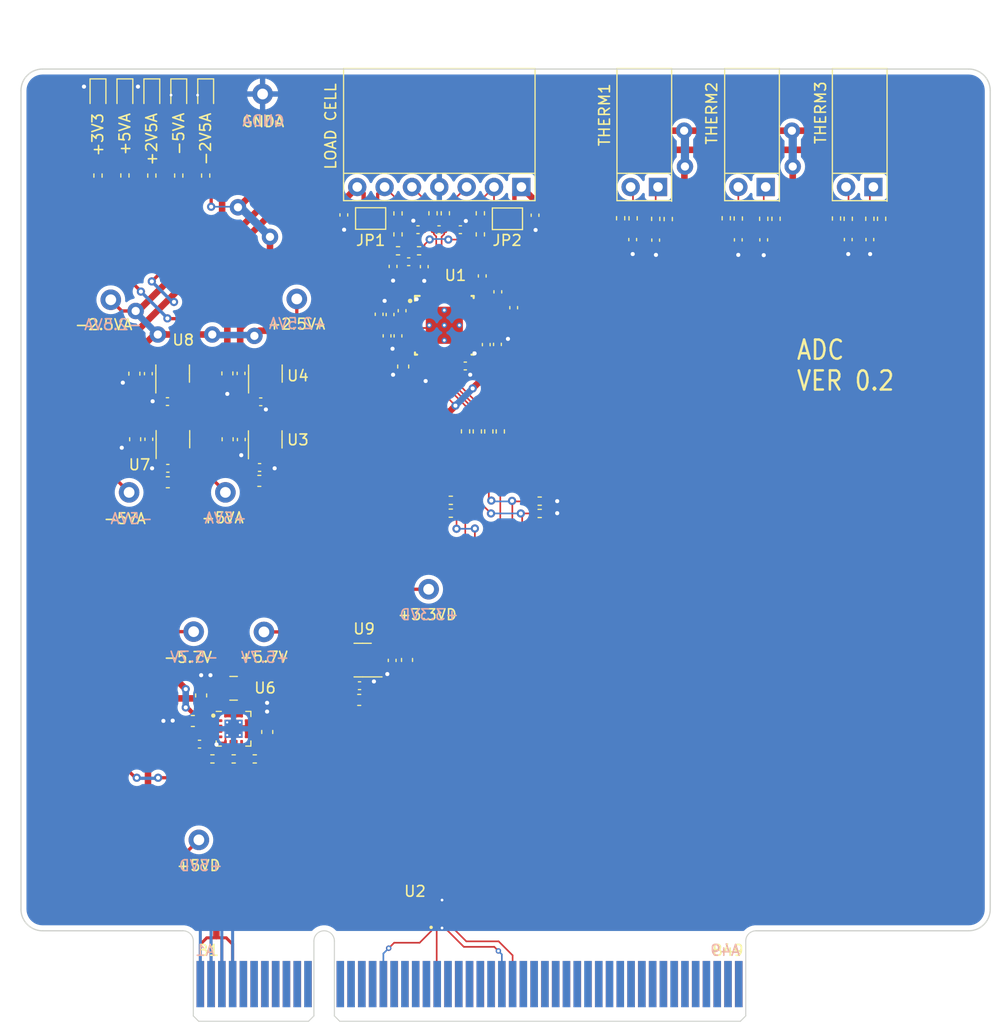
<source format=kicad_pcb>
(kicad_pcb (version 20221018) (generator pcbnew)
  (layers (0 "F.Cu" signal) (31 "B.Cu" signal) (34 "B.Paste" user) (35 "F.Paste" user) (36 "B.SilkS" user "B.Silkscreen") (37 "F.SilkS" user "F.Silkscreen") (38 "B.Mask" user) (39 "F.Mask" user) (44 "Edge.Cuts" user))
  (net 0 "")
  (net 1 "GND")
  (net 2 "/AIN6")
  (net 3 "/AIN3")
  (net 4 "/AIN2")
  (net 5 "/AIN1")
  (net 6 "/AIN0")
  (net 7 "Net-(U6-FB)")
  (net 8 "/AIN7")
  (net 9 "Net-(D1-A)")
  (net 10 "/AIN4")
  (net 11 "Net-(J2-Pin_2)")
  (net 12 "/AIN8")
  (net 13 "/AIN9")
  (net 14 "/AIN5")
  (net 15 "/+2V5A")
  (net 16 "Net-(J1-Pin_2)")
  (net 17 "/+3V3D")
  (net 18 "Net-(U1-CAPN)")
  (net 19 "Net-(U1-CAPP)")
  (net 20 "Net-(U1-BYPASS)")
  (net 21 "Net-(U1-REFOUT)")
  (net 22 "/+5V7")
  (net 23 "/+5VA")
  (net 24 "+5VD")
  (net 25 "/-5V7")
  (net 26 "/-5VA")
  (net 27 "/-2V5A")
  (net 28 "Net-(U6-VAUX)")
  (net 29 "Net-(D2-K)")
  (net 30 "Net-(D3-A)")
  (net 31 "Net-(D4-K)")
  (net 32 "Net-(D5-A)")
  (net 33 "Net-(J1-Pin_3)")
  (net 34 "Net-(J2-Pin_1)")
  (net 35 "Net-(J3-Pin_2)")
  (net 36 "Net-(J3-Pin_1)")
  (net 37 "Net-(J1-Pin_5)")
  (net 38 "Net-(J1-Pin_6)")
  (net 39 "Net-(J4-Pin_1)")
  (net 40 "Net-(J4-Pin_2)")
  (net 63 "/PA7")
  (net 95 "/PB14")
  (net 102 "/PA6")
  (net 109 "/PA5")
  (net 131 "Net-(L1-Pad1)")
  (net 132 "Net-(L1-Pad2)")
  (net 133 "Net-(R13-Pad2)")
  (net 134 "Net-(R14-Pad1)")
  (net 135 "Net-(U1-MISO)")
  (net 136 "Net-(U1-CS_N)")
  (net 137 "Net-(U1-MOSI)")
  (net 138 "Net-(U1-SCLK)")
  (net 139 "Net-(U6-FBG)")
  (net 140 "Net-(R35-Pad1)")
  (footprint "Capacitor_SMD:C_0402_1005Metric" (layer "F.Cu") (at -5.8876 -57.5069 180)
    (fp_text reference "C24" hide)
    (fp_text value "100n")
  )
  (footprint "Resistor_SMD:R_0402_1005Metric" (layer "F.Cu") (at 13.1288 -54.7634 90)
    (fp_text reference "R22" hide)
    (fp_text value "47R")
  )
  (footprint "Capacitor_SMD:C_0402_1005Metric" (layer "F.Cu") (at 17.6022 -66.2432 -90)
    (fp_text reference "C5" hide)
    (fp_text value "2u2")
  )
  (footprint "Resistor_SMD:R_0402_1005Metric" (layer "F.Cu") (at -11 -78.51 90)
    (fp_text reference "R26" hide)
    (fp_text value "5K1")
  )
  (footprint "Capacitor_SMD:C_0402_1005Metric" (layer "F.Cu") (at 7.239 -65.9638 90)
    (fp_text reference "C17" hide)
    (fp_text value "4n7")
  )
  (footprint "Resistor_SMD:R_0402_1005Metric" (layer "F.Cu") (at 8.8138 -71.5264 180)
    (fp_text reference "R30" hide)
    (fp_text value "1K 0.1% 10ppm")
  )
  (footprint "Resistor_SMD:R_0402_1005Metric" (layer "F.Cu") (at 10.1092 -75.0062 -90)
    (fp_text reference "R34" hide)
    (fp_text value "1K")
  )
  (footprint "Capacitor_SMD:C_0402_1005Metric" (layer "F.Cu") (at 1.8288 -74.8538 -90)
    (fp_text reference "C46" hide)
    (fp_text value "1u")
  )
  (footprint "adc:connector_2pins_horizontal" (layer "F.Cu") (at 29.73 -77.45)
    (fp_text reference "J2" hide)
    (fp_text value "Conn_01x02_Pin")
  )
  (footprint "Capacitor_SMD:C_0402_1005Metric" (layer "F.Cu") (at 38.4556 -72.5424 90)
    (fp_text reference "C2" hide)
    (fp_text value "100n")
  )
  (footprint "LED_SMD:LED_0603_1608Metric" (layer "F.Cu") (at -18.5 -86 -90)
    (fp_text reference "D1" hide)
    (fp_text value "GRN")
  )
  (footprint "Capacitor_SMD:C_0603_1608Metric" (layer "F.Cu") (at -11.4204 -30.2478 90)
    (fp_text reference "C42" hide)
    (fp_text value "10u")
  )
  (footprint "Capacitor_SMD:C_0402_1005Metric" (layer "F.Cu") (at 40.8178 -72.5424 -90)
    (fp_text reference "C4" hide)
    (fp_text value "100n")
  )
  (footprint "Capacitor_SMD:C_0402_1005Metric" (layer "F.Cu") (at 30.7848 -72.517 -90)
    (fp_text reference "C9" hide)
    (fp_text value "100n")
  )
  (footprint "Resistor_SMD:R_0402_1005Metric" (layer "F.Cu") (at 20.0132 -48.2854 180)
    (fp_text reference "R28" hide)
    (fp_text value "51K")
  )
  (footprint "adc:WQFN-16-1EP_3x3mm_P0.5mm_EP1.68x1.68mm_ThermalVias" (layer "F.Cu") (at -8.4132 -27.1566)
    (fp_text reference "U6")
    (fp_text value "TPS65135")
  )
  (footprint "Resistor_SMD:R_0402_1005Metric" (layer "F.Cu") (at 16.3574 -54.7576 90)
    (fp_text reference "R19" hide)
    (fp_text value "47R")
  )
  (footprint "adc:SOT-23-5" (layer "F.Cu") (at -5.47 -54.0167 90)
    (fp_text reference "U3")
    (fp_text value "TPS7A2050PDBVR")
  )
  (footprint "Capacitor_SMD:C_0402_1005Metric" (layer "F.Cu") (at 13.1064 -60.833)
    (fp_text reference "C21" hide)
    (fp_text value "1u")
  )
  (footprint "Resistor_SMD:R_0402_1005Metric" (layer "F.Cu") (at 47.5742 -74.5236 -90)
    (fp_text reference "R7" hide)
    (fp_text value "1K 0.1% 10ppm")
  )
  (footprint "Capacitor_SMD:C_0402_1005Metric" (layer "F.Cu") (at -16.278 -54.0309 90)
    (fp_text reference "C36" hide)
    (fp_text value "100n")
  )
  (footprint "Resistor_SMD:R_0402_1005Metric" (layer "F.Cu") (at 37.338 -74.547 -90)
    (fp_text reference "R1" hide)
    (fp_text value "1K 0.1% 10ppm")
  )
  (footprint "Capacitor_SMD:C_0402_1005Metric" (layer "F.Cu") (at -7.7154 -60.1436 90)
    (fp_text reference "C27" hide)
    (fp_text value "100n")
  )
  (footprint "Package_TO_SOT_SMD:TSOT-23-5" (layer "F.Cu") (at -14.0682 -60.1269 90)
    (fp_text reference "U8")
    (fp_text value "ADP7182AUJZ-2.5")
  )
  (footprint "LED_SMD:LED_0603_1608Metric" (layer "F.Cu") (at -13.5 -86 -90)
    (fp_text reference "D2" hide)
    (fp_text value "GRN")
  )
  (footprint "Resistor_SMD:R_0402_1005Metric" (layer "F.Cu") (at 50.673 -74.4982 -90)
    (fp_text reference "R11" hide)
    (fp_text value "1K")
  )
  (footprint "Capacitor_SMD:C_0603_1608Metric" (layer "F.Cu") (at -8.9854 -60.1436 90)
    (fp_text reference "C28" hide)
    (fp_text value "10u")
  )
  (footprint "Capacitor_SMD:C_0402_1005Metric" (layer "F.Cu") (at 50.673 -72.5678 -90)
    (fp_text reference "C8" hide)
    (fp_text value "100n")
  )
  (footprint "adc:connector_2pins_horizontal" (layer "F.Cu") (at 49.73 -77.45)
    (fp_text reference "J4" hide)
    (fp_text value "Conn_01x02_Pin")
  )
  (footprint "Capacitor_SMD:C_0402_1005Metric" (layer "F.Cu") (at 28.6512 -72.5678 90)
    (fp_text reference "C3" hide)
    (fp_text value "100n")
  )
  (footprint "Resistor_SMD:R_0402_1005Metric" (layer "F.Cu") (at 6.858 -73.0504 90)
    (fp_text reference "R13" hide)
    (fp_text value "1K 0.1% 10ppm")
  )
  (footprint "LED_SMD:LED_0603_1608Metric" (layer "F.Cu") (at -11 -86 -90)
    (fp_text reference "D4" hide)
    (fp_text value "GRN")
  )
  (footprint "Resistor_SMD:R_0402_1005Metric" (layer "F.Cu") (at 27.5336 -74.549 -90)
    (fp_text reference "R3" hide)
    (fp_text value "1K 0.1% 10ppm")
  )
  (footprint "Resistor_SMD:R_0402_1005Metric" (layer "F.Cu") (at 38.4556 -74.5216 -90)
    (fp_text reference "R4" hide)
    (fp_text value "1K")
  )
  (footprint "common:Test_Pad" (layer "F.Cu") (at 9.7028 -40.1066)
    (fp_text reference "TP9" hide)
    (fp_text value "TestPoint")
  )
  (footprint "Capacitor_SMD:C_0402_1005Metric" (layer "F.Cu") (at 9.2964 -70.0532 90)
    (fp_text reference "C16" hide)
    (fp_text value "22n")
  )
  (footprint "Capacitor_SMD:C_0402_1005Metric" (layer "F.Cu") (at 6.858 -63.627 90)
    (fp_text reference "C44" hide)
    (fp_text value "100n")
  )
  (footprint "Capacitor_SMD:C_0402_1005Metric" (layer "F.Cu") (at -16.326 -60.1182 90)
    (fp_text reference "C39" hide)
    (fp_text value "100n")
  )
  (footprint "common:Test_Pad" (layer "F.Cu") (at -5.588 -36.1442)
    (fp_text reference "TP3" hide)
    (fp_text value "TestPoint")
  )
  (footprint "Capacitor_SMD:C_0402_1005Metric" (layer "F.Cu") (at 14.6812 -69.1896 -90)
    (fp_text reference "C6" hide)
    (fp_text value "2u2")
  )
  (footprint "Resistor_SMD:R_0402_1005Metric" (layer "F.Cu") (at 48.6664 -74.4982 -90)
    (fp_text reference "R10" hide)
    (fp_text value "1K")
  )
  (footprint "Capacitor_SMD:C_0402_1005Metric" (layer "F.Cu") (at -5.9944 -51.4096 180)
    (fp_text reference "C23" hide)
    (fp_text value "100n")
  )
  (footprint "common:Test_Pad" (layer "F.Cu") (at -19.812 -66.9798)
    (fp_text reference "TP8" hide)
    (fp_text value "TestPoint")
  )
  (footprint "Capacitor_SMD:C_0603_1608Metric" (layer "F.Cu") (at -8.9628 -54.0309 90)
    (fp_text reference "C26" hide)
    (fp_text value "10u")
  )
  (footprint "Resistor_SMD:R_0402_1005Metric" (layer "F.Cu") (at 6.858 -74.9946 90)
    (fp_text reference "R17" hide)
    (fp_text value "1K 0.1% 10ppm")
  )
  (footprint "LED_SMD:LED_0603_1608Metric" (layer "F.Cu") (at -21 -86 -90)
    (fp_text reference "D5" hide)
    (fp_text value "GRN")
  )
  (footprint "Resistor_SMD:R_0402_1005Metric" (layer "F.Cu") (at 15.2906 -54.7576 90)
    (fp_text reference "R18" hide)
    (fp_text value "47R")
  )
  (footprint "Package_TO_SOT_SMD:TSOT-23-5" (layer "F.Cu") (at -14.0428 -54.0367 90)
    (fp_text reference "U7")
    (fp_text value "ADP7182AUJZ-5.0")
  )
  (footprint "LED_SMD:LED_0603_1608Metric" (layer "F.Cu") (at -16 -86 -90)
    (fp_text reference "D3" hide)
    (fp_text value "GRN")
  )
  (footprint "Resistor_SMD:R_0402_1005Metric" (layer "F.Cu") (at 11.7602 -47.1678 180)
    (fp_text reference "R15" hide)
    (fp_text value "51K")
  )
  (footprint "Capacitor_SMD:C_0402_1005Metric" (layer "F.Cu") (at 16.092 -62.8376 90)
    (fp_text reference "C11" hide)
    (fp_text value "1u")
  )
  (footprint "Capacitor_SMD:C_0402_1005Metric" (layer "F.Cu") (at 48.6664 -72.5678 90)
    (fp_text reference "C7" hide)
    (fp_text value "100n")
  )
  (footprint "Resistor_SMD:R_0402_1005Metric" (layer "F.Cu") (at -16 -78.51 90)
    (fp_text reference "R25" hide)
    (fp_text value "5K1")
  )
  (footprint "Resistor_SMD:R_0402_1005Metric" (layer "F.Cu") (at 51.7652 -74.4982 90)
    (fp_text reference "R8" hide)
    (fp_text value "1K 0.1% 10ppm")
  )
  (footprint "common:PCIE_98_CARD" (layer "F.Cu") (at 0 0)
    (fp_text reference "J5" hide)
    (fp_text value "pcie_98")
    (fp_line (start -28.15 -10.4) (end -28.15 -86.4) (stroke (width 0.12)) (layer "Edge.Cuts"))
    (fp_line (start -26.15 -88.4) (end 59.85 -88.4) (stroke (width 0.12)) (layer "Edge.Cuts"))
    (fp_line (start -13.1 -8.4) (end -26.15 -8.4) (stroke (width 0.12)) (layer "Edge.Cuts"))
    (fp_line (start -12.15 -7.45) (end -12.15 -0.5) (stroke (width 0.1)) (layer "Edge.Cuts"))
    (fp_line (start -12.15 -0.5) (end -11.65 0) (stroke (width 0.1)) (layer "Edge.Cuts"))
    (fp_line (start -11.65 0) (end -1.45 0) (stroke (width 0.1)) (layer "Edge.Cuts"))
    (fp_line (start -0.95 -7.45) (end -0.95 -0.5) (stroke (width 0.1)) (layer "Edge.Cuts"))
    (fp_line (start -0.95 -0.5) (end -1.45 0) (stroke (width 0.1)) (layer "Edge.Cuts"))
    (fp_line (start 0.95 -7.45) (end 0.95 -0.5) (stroke (width 0.1)) (layer "Edge.Cuts"))
    (fp_line (start 0.95 -0.5) (end 1.45 0) (stroke (width 0.1)) (layer "Edge.Cuts"))
    (fp_line (start 1.45 0) (end 38.65 0) (stroke (width 0.1)) (layer "Edge.Cuts"))
    (fp_line (start 39.15 -7.45) (end 39.15 -0.5) (stroke (width 0.1)) (layer "Edge.Cuts"))
    (fp_line (start 39.15 -0.5) (end 38.65 0) (stroke (width 0.1)) (layer "Edge.Cuts"))
    (fp_line (start 59.85 -8.4) (end 40.1 -8.4) (stroke (width 0.12)) (layer "Edge.Cuts"))
    (fp_line (start 61.85 -86.4) (end 61.85 -10.4) (stroke (width 0.12)) (layer "Edge.Cuts"))
    (fp_arc (start -28.15 -86.4) (mid -27.564214 -87.814214) (end -26.15 -88.4) (stroke (width 0.12)) (layer "Edge.Cuts"))
    (fp_arc (start -26.15 -8.4) (mid -27.564214 -8.985786) (end -28.15 -10.4) (stroke (width 0.12)) (layer "Edge.Cuts"))
    (fp_arc (start -13.1 -8.4) (mid -12.428248 -8.121752) (end -12.15 -7.45) (stroke (width 0.1)) (layer "Edge.Cuts"))
    (fp_arc (start -0.95 -7.45) (mid 0 -8.4) (end 0.95 -7.45) (stroke (width 0.1)) (layer "Edge.Cuts"))
    (fp_arc (start 39.15 -7.45) (mid 39.428248 -8.121752) (end 40.1 -8.4) (stroke (width 0.1)) (layer "Edge.Cuts"))
    (fp_arc (start 59.85 -88.4) (mid 61.264214 -87.814214) (end 61.85 -86.4) (stroke (width 0.12)) (layer "Edge.Cuts"))
    (fp_arc (start 61.85 -10.4) (mid 61.264214 -8.985786) (end 59.85 -8.4) (stroke (width 0.12)) (layer "Edge.Cuts"))
  )
  (footprint "Capacitor_SMD:C_0402_1005Metric" (layer "F.Cu") (at 19.5834 -74.8284 90)
    (fp_text reference "C45" hide)
    (fp_text value "1u")
  )
  (footprint "Resistor_SMD:R_0402_1005Metric" (layer "F.Cu") (at 31.9532 -74.4728 90)
    (fp_text reference "R12" hide)
    (fp_text value "1K 0.1% 10ppm")
  )
  (footprint "common:Test_Pad" (layer "F.Cu") (at -5.715 -86.0806)
    (fp_text reference "TP1" hide)
    (fp_text value "TestPoint")
  )
  (footprint "Resistor_SMD:R_0402_1005Metric" (layer "F.Cu") (at 41.9608 -74.4982 90)
    (fp_text reference "R2" hide)
    (fp_text value "1K 0.1% 10ppm")
  )
  (footprint "Capacitor_SMD:C_0402_1005Metric" (layer "F.Cu") (at 6.3162 -33.501 90)
    (fp_text reference "C31" hide)
    (fp_text value "100n")
  )
  (footprint "Capacitor_SMD:C_0603_1608Metric" (layer "F.Cu") (at -6.0198 -50.165)
    (fp_text reference "C47" hide)
    (fp_text value "10u")
  )
  (footprint "Resistor_SMD:R_0402_1005Metric" (layer "F.Cu") (at -21 -78.51 90)
    (fp_text reference "R27" hide)
    (fp_text value "5K1")
  )
  (footprint "Capacitor_SMD:C_0603_1608Metric" (layer "F.Cu") (at -17.6214 -60.1182 90)
    (fp_text reference "C40" hide)
    (fp_text value "10u")
  )
  (footprint "Capacitor_SMD:C_0402_1005Metric" (layer "F.Cu") (at 10.668 -73.4822)
    (fp_text reference "C19" hide)
    (fp_text value "220n")
  )
  (footprint "Resistor_SMD:R_0402_1005Metric" (layer "F.Cu") (at -13.5 -78.51 90)
    (fp_text reference "R24" hide)
    (fp_text value "10K")
  )
  (footprint "Capacitor_SMD:C_0603_1608Metric" (layer "F.Cu") (at -12.1932 -27.8766)
    (fp_text reference "C41" hide)
    (fp_text value "10u")
  )
  (footprint "Resistor_SMD:R_0402_1005Metric" (layer "F.Cu") (at 20.0152 -47.1424 180)
    (fp_text reference "R29" hide)
    (fp_text value "51K")
  )
  (footprint "Capacitor_SMD:C_0603_1608Metric" (layer "F.Cu") (at -5.2832 -26.8566 90)
    (fp_text reference "C33" hide)
    (fp_text value "10u")
  )
  (footprint "Resistor_SMD:R_0402_1005Metric" (layer "F.Cu") (at 11.7602 -48.3616 180)
    (fp_text reference "R16" hide)
    (fp_text value "51K")
  )
  (footprint "Capacitor_SMD:C_0402_1005Metric" (layer "F.Cu") (at 7.8486 -70.5104)
    (fp_text reference "C15" hide)
    (fp_text value "220n")
  )
  (footprint "Resistor_SMD:R_0402_1005Metric" (layer "F.Cu") (at 30.79 -74.49 -90)
    (fp_text reference "R9" hide)
    (fp_text value "1K")
  )
  (footprint "Resistor_SMD:R_0402_1005Metric" (layer "F.Cu") (at 11.2522 -75.0062 -90)
    (fp_text reference "R20" hide)
    (fp_text value "1K")
  )
  (footprint "Package_TO_SOT_SMD:SOT-23-3" (layer "F.Cu") (at 3.5762 -33.5285 180)
    (fp_text reference "U9")
    (fp_text value "XC6206P332MR")
  )
  (footprint "Capacitor_SMD:C_0402_1005Metric" (layer "F.Cu") (at -14.548 -57.5274)
    (fp_text reference "C38" hide)
    (fp_text value "100n")
  )
  (footprint "Capacitor_SMD:C_0402_1005Metric" (layer "F.Cu") (at 12.6492 -73.4822 180)
    (fp_text reference "C20" hide)
    (fp_text value "22n")
  )
  (footprint "Capacitor_SMD:C_0402_1005Metric" (layer "F.Cu") (at 15.052 -62.8176 90)
    (fp_text reference "C13" hide)
    (fp_text value "100n")
  )
  (footprint "Capacitor_SMD:C_0402_1005Metric" (layer "F.Cu") (at 5.1054 -65.6336 -90)
    (fp_text reference "C10" hide)
    (fp_text value "1u")
  )
  (footprint "Capacitor_SMD:C_0402_1005Metric" (layer "F.Cu") (at 5.842 -63.6296 90)
    (fp_text reference "C35" hide)
    (fp_text value "1u")
  )
  (footprint "common:Test_Pad" (layer "F.Cu") (at -2.54 -67.056)
    (fp_text reference "TP7" hide)
    (fp_text value "TestPoint")
  )
  (footprint "common:Diodes_UDFN-10_1.0x2.5mm_P0.5mm" (layer "F.Cu") (at 10.95 -9.9375 90)
    (fp_text reference "U2")
    (fp_text value "ESD5344D-TP")
  )
  (footprint "Capacitor_SMD:C_0603_1608Metric" (layer "F.Cu") (at 7.6962 -33.541 90)
    (fp_text reference "C32" hide)
    (fp_text value "10u")
  )
  (footprint "Resistor_SMD:R_0402_1005Metric" (layer "F.Cu") (at -6.442 -24.355 180)
    (fp_text reference "R31" hide)
    (fp_text value "360K 1%")
  )
  (footprint "Resistor_SMD:R_0402_1005Metric" (layer "F.Cu") (at -8.3978 -24.355 180)
    (fp_text reference "R32" hide)
    (fp_text value "100K 1%")
  )
  (footprint "Capacitor_SMD:C_0603_1608Metric" (layer "F.Cu") (at 7.3406 -60.7822 -90)
    (fp_text reference "C22" hide)
    (fp_text value "10u")
  )
  (footprint "Resistor_SMD:R_0402_1005Metric" (layer "F.Cu") (at 6.858 -71.5264 180)
    (fp_text reference "R14" hide)
    (fp_text value "1K 0.1% 10ppm")
  )
  (footprint "Capacitor_SMD:C_0603_1608Metric" (layer "F.Cu") (at -14.5158 -50.038)
    (fp_text reference "C48" hide)
    (fp_text value "10u")
  )
  (footprint "Resistor_SMD:R_0402_1005Metric" (layer "F.Cu") (at 28.69 -74.54 -90)
    (fp_text reference "R6" hide)
    (fp_text value "1K")
  )
  (footprint "Resistor_SMD:R_0402_1005Metric" (layer "F.Cu") (at -10.3732 -24.355 180)
    (fp_text reference "R33" hide)
    (fp_text value "464K 1%")
  )
  (footprint "Capacitor_SMD:C_0402_1005Metric" (layer "F.Cu") (at 3.2862 -31.151 180)
    (fp_text reference "C30" hide)
    (fp_text value "100n")
  )
  (footprint "adc:connector_2pins_horizontal" (layer "F.Cu") (at 39.73 -77.45)
    (fp_text reference "J3" hide)
    (fp_text value "Conn_01x02_Pin")
  )
  (footprint "Resistor_SMD:R_0402_1005Metric" (layer "F.Cu") (at 14.5034 -73.0504 90)
    (fp_text reference "R36" hide)
    (fp_text value "1K 0.1% 10ppm")
  )
  (footprint "Capacitor_SMD:C_0402_1005Metric" (layer "F.Cu") (at -14.5158 -51.3334)
    (fp_text reference "C34" hide)
    (fp_text value "100n")
  )
  (footprint "common:Test_Pad" (layer "F.Cu") (at -9.1694 -49.0982)
    (fp_text reference "TP5" hide)
    (fp_text value "TestPoint")
  )
  (footprint "adc:RHB0032E" (layer "F.Cu") (at 11.159 -64.611797)
    (fp_text reference "U1")
    (fp_text value "ADS1261BIRHBT")
  )
  (footprint "Capacitor_SMD:C_0603_1608Metric" (layer "F.Cu") (at 3.2562 -29.831 180)
    (fp_text reference "C29" hide)
    (fp_text value "10u")
  )
  (footprint "Resistor_SMD:R_0402_1005Metric" (layer "F.Cu") (at 40.8178 -74.4962 -90)
    (fp_text reference "R5" hide)
    (fp_text value "1K")
  )
  (footprint "Capacitor_SMD:C_0402_1005Metric" (layer "F.Cu") (at 8.7148 -73.4822 180)
    (fp_text reference "C14" hide)
    (fp_text value "22n")
  )
  (footprint "common:Test_Pad" (layer "F.Cu") (at -18.1102 -49.0982)
    (fp_text reference "TP6" hide)
    (fp_text value "TestPoint")
  )
  (footprint "Capacitor_SMD:C_0402_1005Metric" (layer "F.Cu") (at -11.5728 -25.7266)
    (fp_text reference "C43" hide)
    (fp_text value "100n")
  )
  (footprint "adc:connector_7pins_horizontal" (layer "F.Cu") (at 10.6934 -77.45)
    (fp_text reference "J1" hide)
    (fp_text value "Conn_01x07_Pin")
  )
  (footprint "adc:SOT-23-5" (layer "F.Cu") (at -5.4576 -60.1269 90)
    (fp_text reference "U4")
    (fp_text value "TPS7A2025PDBVR\r")
  )
  (footprint "Resistor_SMD:R_0402_1005Metric" (layer "F.Cu") (at -18.5 -78.52 90)
    (fp_text reference "R23" hide)
    (fp_text value "10K")
  )
  (footprint "Capacitor_SMD:C_0603_1608Metric" (layer "F.Cu") (at -17.548 -54.0309 90)
    (fp_text reference "C37" hide)
    (fp_text value "10u")
  )
  (footprint "Capacitor_SMD:C_0402_1005Metric" (layer "F.Cu") (at 6.4008 -70.0786 -90)
    (fp_text reference "C18" hide)
    (fp_text value "22n")
  )
  (footprint "Capacitor_SMD:C_0402_1005Metric" (layer "F.Cu") (at 6.1214 -65.6082 -90)
    (fp_text reference "C12" hide)
    (fp_text value "100n")
  )
  (footprint "common:Test_Pad" (layer "F.Cu") (at -12.1158 -36.1696)
    (fp_text reference "TP4" hide)
    (fp_text value "TestPoint")
  )
  (footprint "adc:Inductor_C329578" (layer "F.Cu") (at -8.4074 -30.9118)
    (fp_text reference "L1" hide)
    (fp_text value "2u2H")
  )
  (footprint "common:Test_Pad" (layer "F.Cu") (at -11.6332 -16.8402)
    (fp_text reference "TP2" hide)
    (fp_text value "TestPoint")
  )
  (footprint "Jumper:SolderJumper-2_P1.3mm_Bridged_Pad1.0x1.5mm" (layer "F.Cu") (at 4.318 -74.5236)
    (fp_text reference "JP1")
    (fp_text value "SolderJumper_2_Bridged" hide)
  )
  (footprint "Resistor_SMD:R_0402_1005Metric" (layer "F.Cu") (at 14.5034 -75.0062 90)
    (fp_text reference "R35" hide)
    (fp_text value "1K 0.1% 10ppm")
  )
  (footprint "Resistor_SMD:R_0402_1005Metric" (layer "F.Cu") (at 14.2238 -54.7576 90)
    (fp_text reference "R21" hide)
    (fp_text value "47R")
  )
  (footprint "Jumper:SolderJumper-2_P1.3mm_Bridged_Pad1.0x1.5mm" (layer "F.Cu") (at 17.018 -74.4982 180)
    (fp_text reference "JP2")
    (fp_text value "SolderJumper_2_Bridged" hide)
  )
  (footprint "Capacitor_SMD:C_0402_1005Metric" (layer "F.Cu") (at -7.6928 -54.0055 90)
    (fp_text reference "C25" hide)
    (fp_text value "100n")
  )
  (footprint "Capacitor_SMD:C_0402_1005Metric" (layer "F.Cu") (at 16.129 -67.7164 -90)
    (fp_text reference "C1" hide)
    (fp_text value "2u2")
  )
  (gr_text "+5VD" (at -11.4554 -13.8684) (layer "B.SilkS") (effects (font (size 1 1)) (justify bottom mirror)))
  (gr_text "+5.7V" (at -5.4864 -33.1978) (layer "B.SilkS") (effects (font (size 1 1)) (justify bottom mirror)))
  (gr_text "+5VA" (at -9.144 -46.1264) (layer "B.SilkS") (effects (font (size 1 1)) (justify bottom mirror)))
  (gr_text "+3.3VD" (at 9.7536 -37.1602) (layer "B.SilkS") (effects (font (size 1 1)) (justify bottom mirror)))
  (gr_text "-2.5VA" (at -19.6088 -64.0842) (layer "B.SilkS") (effects (font (size 1 1)) (justify bottom mirror)))
  (gr_text "-5.7V" (at -12.065 -33.2232) (layer "B.SilkS") (effects (font (size 1 1)) (justify bottom mirror)))
  (gr_text "-5VA" (at -17.8816 -46.0756) (layer "B.SilkS") (effects (font (size 1 1)) (justify bottom mirror)))
  (gr_text "GNDA" (at -5.6388 -83.0072) (layer "B.SilkS") (effects (font (size 1 1)) (justify bottom mirror)))
  (gr_text "+2.5VA" (at -2.4638 -64.1858) (layer "B.SilkS") (effects (font (size 1 1)) (justify bottom mirror)))
  (gr_text "-2V5A" (at -11.0142 -84.4296 90) (layer "F.SilkS") (effects (font (size 1 1)) (justify right)))
  (gr_text "-5.7V" (at -12.6492 -33.1978) (layer "F.SilkS") (effects (font (size 1 1)) (justify bottom)))
  (gr_text "+5.7V" (at -5.6134 -33.2232) (layer "F.SilkS") (effects (font (size 1 1)) (justify bottom)))
  (gr_text "+5VA" (at -18.5072 -84.4042 90) (layer "F.SilkS") (effects (font (size 1 1)) (justify right)))
  (gr_text "GNDA" (at -5.6642 -82.931) (layer "F.SilkS") (effects (font (size 1 1)) (justify bottom)))
  (gr_text "+3V3" (at -21.0218 -84.4042 90) (layer "F.SilkS") (effects (font (size 1 1)) (justify right)))
  (gr_text "ADC\nVER 0.2" (at 43.7642 -58.42) (layer "F.SilkS") (effects (font (size 1.778 1.524) (thickness 0.2286)) (justify left bottom)))
  (gr_text "+2.5VA" (at -2.5654 -64.135) (layer "F.SilkS") (effects (font (size 1 1)) (justify bottom)))
  (gr_text "THERM3" (at 46.6852 -87.3506 90) (layer "F.SilkS") (effects (font (size 1 1)) (justify right bottom)))
  (gr_text "+2V5A" (at -16.018 -84.4042 90) (layer "F.SilkS") (effects (font (size 1 1)) (justify right)))
  (gr_text "THERM1" (at 26.6192 -87.1474 90) (layer "F.SilkS") (effects (font (size 1 1)) (justify right bottom)))
  (gr_text "+3.3VD" (at 9.5758 -37.1602) (layer "F.SilkS") (effects (font (size 1 1)) (justify bottom)))
  (gr_text "-5VA" (at -18.5166 -46.0756) (layer "F.SilkS") (effects (font (size 1 1)) (justify bottom)))
  (gr_text "THERM2" (at 36.576 -87.2998 90) (layer "F.SilkS") (effects (font (size 1 1)) (justify right bottom)))
  (gr_text "+5VA" (at -9.4234 -46.1518) (layer "F.SilkS") (effects (font (size 1 1)) (justify bottom)))
  (gr_text "-2.5VA" (at -20.4724 -64.0842) (layer "F.SilkS") (effects (font (size 1 1)) (justify bottom)))
  (gr_text "+5VD" (at -11.6586 -13.8684) (layer "F.SilkS") (effects (font (size 1 1)) (justify bottom)))
  (gr_text "LOAD CELL" (at 1.1938 -87.1728 90) (layer "F.SilkS") (effects (font (size 1 1)) (justify right bottom)))
  (gr_text "-5VA" (at -13.5034 -84.4296 90) (layer "F.SilkS") (effects (font (size 1 1)) (justify right)))
  (segment (start -15.0114 -52.67765) (end -15.0114 -51.46235) (width 0.3048) (layer "F.Cu") (net 1))
  (segment (start -15.0182 -58.9894) (end -15.0182 -57.5372) (width 0.4064) (layer "F.Cu") (net 1))
  (segment (start -11.7508 -85.9633) (end -11 -85.2125) (width 0.2286) (layer "F.Cu") (net 1))
  (segment (start -7.6928 -52.556) (end -7.6962 -52.5526) (width 0.4064) (layer "F.Cu") (net 1))
  (segment (start 5.1054 -66.3702) (end 5.6134 -66.8782) (width 0.3048) (layer "F.Cu") (net 1))
  (segment (start -9.1632 -26.4066) (end -9.0032 -26.5666) (width 0.1524) (layer "F.Cu") (net 1))
  (segment (start 19.6088 -74.3484) (end 19.6088 -73.4822) (width 0.4064) (layer "F.Cu") (net 1))
  (segment (start -14.9166 -27.8766) (end -14.9256 -27.8856) (width 0.4064) (layer "F.Cu") (net 1))
  (segment (start 5.1054 -66.1136) (end 5.1054 -66.3702) (width 0.3048) (layer "F.Cu") (net 1))
  (segment (start -5.2832 -29.5462) (end -5.299 -29.562) (width 0.6096) (layer "F.Cu") (net 1))
  (segment (start 40.8178 -71.4756) (end 40.8432 -71.4502) (width 0.1524) (layer "F.Cu") (net 1))
  (segment (start -17.548 -53.2559) (end -18.7802 -53.2559) (width 0.3048) (layer "F.Cu") (net 1))
  (segment (start -16.278 -53.5509) (end -15.6445 -53.5509) (width 0.4064) (layer "F.Cu") (net 1))
  (segment (start 6.1214 -66.0882) (end 6.1214 -66.3702) (width 0.3048) (layer "F.Cu") (net 1))
  (segment (start -5.5144 -51.4096) (end -4.6736 -51.4096) (width 0.4064) (layer "F.Cu") (net 1))
  (segment (start -7.9624 -53.2559) (end -7.6928 -53.5255) (width 0.3048) (layer "F.Cu") (net 1))
  (segment (start 16.092 -63.3176) (end 17.0226 -63.3176) (width 0.4064) (layer "F.Cu") (net 1))
  (segment (start -7.3718 -53.8465) (end -6.081616 -53.8465) (width 0.3048) (layer "F.Cu") (net 1))
  (segment (start -11.4204 -32.1274) (end -10.5568 -32.1274) (width 0.6096) (layer "F.Cu") (net 1))
  (segment (start 8.609 -67.0068) (end 8.5852 -67.0306) (width 0.3048) (layer "F.Cu") (net 1))
  (segment (start 20.6014 -47.1932) (end 21.6408 -47.1932) (width 0.1524) (layer "F.Cu") (net 1))
  (segment (start -4.6228 -50.5714) (end -4.6228 -51.308) (width 0.4064) (layer "F.Cu") (net 1))
  (segment (start -18.5 -86.7875) (end -16 -86.7875) (width 0.3048) (layer "F.Cu") (net 1))
  (segment (start 10.95 -9.9375) (end 10.95 -8.6894) (width 0.1524) (layer "F.Cu") (net 1))
  (segment (start -18.7802 -53.2559) (end -18.7926 -53.2435) (width 0.3048) (layer "F.Cu") (net 1))
  (segment (start 13.1572 -73.5102) (end 13.1572 -74.295) (width 0.1524) (layer "F.Cu") (net 1))
  (segment (start 6.4008 -60.0202) (end 7.3276 -60.0202) (width 0.2286) (layer "F.Cu") (net 1))
  (segment (start 50.673 -71.247) (end 50.6984 -71.2216) (width 0.1524) (layer "F.Cu") (net 1))
  (segment (start 30.8102 -72.0349) (end 30.8102 -71.1703) (width 0.1524) (layer "F.Cu") (net 1))
  (segment (start 1.8542 -74.3484) (end 1.8288 -74.3738) (width 0.4064) (layer "F.Cu") (net 1))
  (segment (start -5.5058 -51.3893) (end -5.5058 -52.8434) (width 0.4064) (layer "F.Cu") (net 1))
  (segment (start -5.4076 -57.5069) (end -5.4076 -58.9394) (width 0.4064) (layer "F.Cu") (net 1))
  (segment (start 13.5864 -60.833) (end 13.5864 -60.043) (width 0.2286) (layer "F.Cu") (net 1))
  (segment (start 4.7137 -32.5785) (end 4.7137 -32.0985) (width 0.3048) (layer "F.Cu") (net 1))
  (segment (start 13.5864 -60.043) (end 13.5636 -60.0202) (width 0.2286) (layer "F.Cu") (net 1))
  (segment (start -5.4076 -58.9394) (end -5.4576 -58.9894) (width 0.4064) (layer "F.Cu") (net 1))
  (segment (start 4.7137 -32.5785) (end 5.8737 -32.5785) (width 0.3048) (layer "F.Cu") (net 1))
  (segment (start -14.9958 -51.3334) (end -14.9958 -50.333) (width 0.3048) (layer "F.Cu") (net 1))
  (segment (start -5.2448 -50.165) (end -5.0292 -50.165) (width 0.4064) (layer "F.Cu") (net 1))
  (segment (start 7.3276 -60.0202) (end 7.3406 -60.0072) (width 0.2286) (layer "F.Cu") (net 1))
  (segment (start 16.072 -63.2976) (end 16.092 -63.3176) (width 0.2286) (layer "F.Cu") (net 1))
  (segment (start 12.909002 -62.061797) (end 13.757203 -62.061797) (width 0.2286) (layer "F.Cu") (net 1))
  (segment (start -9.998 -25.7012) (end -11.0674 -25.7012) (width 0.3048) (layer "F.Cu") (net 1))
  (segment (start -15.028 -57.5274) (end -15.8968 -57.5274) (width 0.4064) (layer "F.Cu") (net 1))
  (segment (start 14.9878 -63.3618) (end 15.052 -63.2976) (width 0.2286) (layer "F.Cu") (net 1))
  (segment (start -7.6928 -53.5255) (end -7.6928 -52.556) (width 0.4064) (layer "F.Cu") (net 1))
  (segment (start -21 -86.7875) (end -22.2801 -86.7875) (width 0.3048) (layer "F.Cu") (net 1))
  (segment (start -9.23565 -25.7048) (end -10.06835 -25.7048) (width 0.3048) (layer "F.Cu") (net 1))
  (segment (start 10.95 -9.9375) (end 10.95 -11.2242) (width 0.1524) (layer "F.Cu") (net 1))
  (segment (start -7.2802 -27.784) (end -7.2802 -27.53) (width 0.1524) (layer "F.Cu") (net 1))
  (segment (start 3.7662 -30.096) (end 4.0312 -29.831) (width 0.3048) (layer "F.Cu") (net 1))
  (segment (start -11.7508 -85.979) (end -11.7508 -85.9633) (width 0.2286) (layer "F.Cu") (net 1))
  (segment (start -17.6214 -59.3432) (end -18.6348 -59.3432) (width 0.4064) (layer "F.Cu") (net 1))
  (segment (start -5.5058 -52.8434) (end -5.47 -52.8792) (width 0.4064) (layer "F.Cu") (net 1))
  (segment (start 1.8542 -73.4822) (end 1.8542 -74.3484) (width 0.4064) (layer "F.Cu") (net 1))
  (segment (start 5.8737 -32.5785) (end 6.3162 -33.021) (width 0.3048) (layer "F.Cu") (net 1))
  (segment (start -11.4204 -31.0228) (end -11.4204 -32.1274) (width 0.6096) (layer "F.Cu") (net 1))
  (segment (start -5.4102 -56.7969) (end -5.4102 -57.5043) (width 0.4064) (layer "F.Cu") (net 1))
  (segment (start 13.709 -63.3618) (end 14.9878 -63.3618) (width 0.2286) (layer "F.Cu") (net 1))
  (segment (start -5.4576 -58.9894) (end -5.4576 -59.345084) (width 0.3048) (layer "F.Cu") (net 1))
  (segment (start -7.0262 -27.657) (end -5.6287 -27.657) (width 0.6096) (layer "F.Cu") (net 1))
  (segment (start -17.548 -53.2559) (end -16.573 -53.2559) (width 0.4064) (layer "F.Cu") (net 1))
  (segment (start 28.6512 -72.0878) (end 28.6512 -71.2232) (width 0.1524) (layer "F.Cu") (net 1))
  (segment (start -11.0674 -25.7012) (end -11.0928 -25.7266) (width 0.3048) (layer "F.Cu") (net 1))
  (segment (start 50.673 -72.0878) (end 50.673 -71.247) (width 0.1524) (layer "F.Cu") (net 1))
  (segment (start 9.409001 -59.450399) (end 9.4234 -59.436) (width 0.1524) (layer "F.Cu") (net 1))
  (segment (start -15.9906 -51.3334) (end -14.9958 -51.3334) (width 0.3048) (layer "F.Cu") (net 1))
  (segment (start 4.7137 -32.0985) (end 4.3942 -31.779) (width 0.3048) (layer "F.Cu") (net 1))
  (segment (start -5.47 -53.234884) (end -5.47 -52.8792) (width 0.3048) (layer "F.Cu") (net 1))
  (segment (start 9.2964 -69.5732) (end 9.2964 -68.7324) (width 0.1524) (layer "F.Cu") (net 1))
  (segment (start -6.9557 -27.4066) (end -8.1632 -27.4066) (width 0.1524) (layer "F.Cu") (net 1))
  (segment (start 20.5242 -48.26) (end 21.589 -48.26) (width 0.1524) (layer "F.Cu") (net 1))
  (segment (start -5.4576 -59.6358) (end -5.9182 -60.0964) (width 0.4064) (layer "F.Cu") (net 1))
  (segment (start 6.1214 -66.3702) (end 5.6134 -66.8782) (width 0.3048) (layer "F.Cu") (net 1))
  (segment (start -5.0292 -50.165) (end -4.6228 -50.5714) (width 0.4064) (layer "F.Cu") (net 1))
  (segment (start -5.4576 -57.5269) (end -5.5076 -57.4769) (width 0.1524) (layer "F.Cu") (net 1))
  (segment (start 8.2576 -74.2976) (end 8.2804 -74.3204) (width 0.1524) (layer "F.Cu") (net 1))
  (segment (start -14.9958 -50.333) (end -15.2908 -50.038) (width 0.3048) (layer "F.Cu") (net 1))
  (segment (start 8.2576 -73.5076) (end 8.2576 -74.2976) (width 0.1524) (layer "F.Cu") (net 1))
  (segment (start -8.0104 -59.3686) (end -7.7154 -59.6636) (width 0.4064) (layer "F.Cu") (net 1))
  (segment (start -5.4576 -59.345084) (end -5.4576 -59.6358) (width 0.4064) (layer "F.Cu") (net 1))
  (segment (start 6.5712 -32.766) (end 6.3162 -33.021) (width 0.3048) (layer "F.Cu") (net 1))
  (segment (start 5.842 -63.1496) (end 5.842 -62.7888) (width 0.3048) (layer "F.Cu") (net 1))
  (segment (start -5.5076 -57.4769) (end -5.4576 -57.4269) (width 0.1524) (layer "F.Cu") (net 1))
  (segment (start -15.0182 -58.9894) (end -15.8007 -58.9894) (width 0.4064) (layer "F.Cu") (net 1))
  (segment (start -5.2832 -27.6316) (end -5.2832 -29.5462) (width 0.6096) (layer "F.Cu") (net 1))
  (segment (start -12.9682 -27.8766) (end -14.9166 -27.8766) (width 0.4064) (layer "F.Cu") (net 1))
  (segment (start -8.9916 -59.3624) (end -8.9854 -59.3686) (width 0.4064) (layer "F.Cu") (net 1))
  (segment (start -5.4102 -57.5043) (end -5.4076 -57.5069) (width 0.4064) (layer "F.Cu") (net 1))
  (segment (start 6.858 -62.8396) (end 6.3246 -62.3062) (width 0.3048) (layer "F.Cu") (net 1))
  (segment (start -5.4576 -57.5569) (end -5.4076 -57.5069) (width 0.1524) (layer "F.Cu") (net 1))
  (segment (start -14.2146 -85.979) (end -14.2146 -85.9271) (width 0.2286) (layer "F.Cu") (net 1))
  (segment (start -9.26105 -25.527) (end -10.09375 -25.527) (width 0.3048) (layer "F.Cu") (net 1))
  (segment (start 4.3942 -31.779) (end 3.7662 -31.151) (width 0.3048) (layer "F.Cu") (net 1))
  (segment (start -8.1632 -27.4066) (end -8.4132 -27.1566) (width 0.1524) (layer "F.Cu") (net 1))
  (segment (start -8.9854 -59.3686) (end -8.0104 -59.3686) (width 0.4064) (layer "F.Cu") (net 1))
  (segment (start 15.002 -63.3476) (end 15.052 -63.2976) (width 0.1524) (layer "F.Cu") (net 1))
  (segment (start -14.2146 -85.9271) (end -13.5 -85.2125) (width 0.2286) (layer "F.Cu") (net 1))
  (segment (start -5.9182 -60.0964) (end -7.231716 -60.0964) (width 0.4064) (layer "F.Cu") (net 1))
  (segment (start 10.95 -8.6894) (end 10.922 -8.6614) (width 0.1524) (layer "F.Cu") (net 1))
  (segment (start 3.7662 -31.151) (end 3.7662 -30.096) (width 0.3048) (layer "F.Cu") (net 1))
  (segment (start 15.052 -63.2976) (end 16.072 -63.2976) (width 0.4064) (layer "F.Cu") (net 1))
  (segment (start -15.8968 -57.5274) (end -15.9258 -57.5564) (width 0.4064) (layer "F.Cu") (net 1))
  (segment (start 5.842 -62.7888) (end 6.3246 -62.3062) (width 0.3048) (layer "F.Cu") (net 1))
  (segment (start -7.231716 -60.0964) (end -7.664516 -59.6636) (width 0.4064) (layer "F.Cu") (net 1))
  (segment (start -4.6228 -51.308) (end -4.5974 -51.3334) (width 0.4064) (layer "F.Cu") (net 1))
  (segment (start -16.573 -53.2559) (end -16.278 -53.5509) (width 0.4064) (layer "F.Cu") (net 1))
  (segment (start -9.1632 -25.6991) (end -9.1632 -26.4066) (width 0.1524) (layer "F.Cu") (net 1))
  (segment (start 6.858 -63.147) (end 6.858 -62.8396) (width 0.3048) (layer "F.Cu") (net 1))
  (segment (start -7.6928 -53.5255) (end -7.3718 -53.8465) (width 0.3048) (layer "F.Cu") (net 1))
  (segment (start -15.6445 -53.5509) (end -14.9928 -52.8992) (width 0.4064) (layer "F.Cu") (net 1))
  (segment (start -16.326 -59.6382) (end -16.621 -59.3432) (width 0.4064) (layer "F.Cu") (net 1))
  (segment (start 7.6962 -32.766) (end 6.5712 -32.766) (width 0.3048) (layer "F.Cu") (net 1))
  (segment (start -8.9628 -53.2559) (end -7.9624 -53.2559) (width 0.3048) (layer "F.Cu") (net 1))
  (segment (start -6.081616 -53.8465) (end -5.47 -53.234884) (width 0.3048) (layer "F.Cu") (net 1))
  (segment (start 48.6664 -72.0878) (end 48.6664 -71.2216) (width 0.1524) (layer "F.Cu") (net 1))
  (segment (start 8.609 -66.361799) (end 8.609 -67.0068) (width 0.2286) (layer "F.Cu") (net 1))
  (segment (start 13.1292 -73.4822) (end 13.1572 -73.5102) (width 0.1524) (layer "F.Cu") (net 1))
  (segment (start -7.664516 -59.6636) (end -7.7154 -59.6636) (width 0.4064) (layer "F.Cu") (net 1))
  (segment (start -16.621 -59.3432) (end -17.6214 -59.3432) (width 0.4064) (layer "F.Cu") (net 1))
  (segment (start 9.409001 -62.061797) (end 9.409001 -59.450399) (width 0.1524) (layer "F.Cu") (net 1))
  (segment (start 10.95 -11.2242) (end 10.922 -11.2522) (width 0.1524) (layer "F.Cu") (net 1))
  (segment (start -15.0182 -57.5372) (end -15.028 -57.5274) (width 0.4064) (layer "F.Cu") (net 1))
  (segment (start 6.4008 -69.5986) (end 6.4008 -68.7578) (width 0.1524) (layer "F.Cu") (net 1))
  (segment (start -9.23565 -25.8064) (end -10.06835 -25.8064) (width 0.3048) (layer "F.Cu") (net 1))
  (segment (start 19.6088 -73.4822) (end 19.6342 -73.4568) (width 0.4064) (layer "F.Cu") (net 1))
  (segment (start 38.4556 -72.1894) (end 38.4556 -71.3486) (width 0.1524) (layer "F.Cu") (net 1))
  (segment (start -8.9916 -58.2422) (end -8.9916 -59.3624) (width 0.4064) (layer "F.Cu") (net 1))
  (segment (start 40.8178 -72.291) (end 40.8178 -71.4756) (width 0.1524) (layer "F.Cu") (net 1))
  (segment (start -4.6736 -51.4096) (end -4.5974 -51.3334) (width 0.4064) (layer "F.Cu") (net 1))
  (segment (start -15.8007 -58.9894) (end -16.3682 -59.5569) (width 0.4064) (layer "F.Cu") (net 1))
  (segment (start -18.6348 -59.3432) (end -18.6944 -59.2836) (width 0.3048) (layer "F.Cu") (net 1))
  (via (at 21.6408 -47.1678) (size 0.762) (drill 0.381) (layers "F.Cu" "B.Cu") (net 1))
  (via (at 8.2804 -74.3204) (size 0.762) (drill 0.381) (layers "F.Cu" "B.Cu") (net 1))
  (via (at 10.9474 -11.2522) (size 0.508) (drill 0.254) (layers "F.Cu" "B.Cu") (net 1))
  (via (at -5.299 -29.562) (size 0.762) (drill 0.381) (layers "F.Cu" "B.Cu") (net 1))
  (via (at -11.4204 -32.1274) (size 0.762) (drill 0.381) (layers "F.Cu" "B.Cu") (net 1))
  (via (at 50.6984 -71.2216) (size 0.762) (drill 0.381) (layers "F.Cu" "B.Cu") (net 1))
  (via (at -14.062 -27.911) (size 0.762) (drill 0.381) (layers "F.Cu" "B.Cu") (net 1))
  (via (at 21.6408 -48.2854) (size 0.762) (drill 0.381) (layers "F.Cu" "B.Cu") (net 1))
  (via (at 5.8674 -32.2326) (size 0.762) (drill 0.381) (layers "F.Cu" "B.Cu") (net 1))
  (via (at -22.3012 -86.7664) (size 0.762) (drill 0.381) (layers "F.Cu" "B.Cu") (net 1))
  (via (at -5.299 -28.7492) (size 0.762) (drill 0.381) (layers "F.Cu" "B.Cu") (net 1))
  (via (at 48.6664 -71.2216) (size 0.762) (drill 0.381) (layers "F.Cu" "B.Cu") (net 1))
  (via (at 6.4008 -60.0202) (size 0.762) (drill 0.381) (layers "F.Cu" "B.Cu") (net 1))
  (via (at 40.8178 -71.12) (size 0.762) (drill 0.381) (layers "F.Cu" "B.Cu") (net 1))
  (via (at 1.8542 -73.4822) (size 0.762) (drill 0.381) (layers "F.Cu" "B.Cu") (net 1))
  (via (at -10.5568 -32.1274) (size 0.762) (drill 0.381) (layers "F.Cu" "B.Cu") (net 1))
  (via (at -11.7508 -85.979) (size 0.508) (drill 0.254) (layers "F.Cu" "B.Cu") (net 1))
  (via (at -15.9258 -57.5564) (size 0.762) (drill 0.381) (layers "F.Cu" "B.Cu") (net 1))
  (via (at 4.6228 -31.5468) (size 0.762) (drill 0.381) (layers "F.Cu" "B.Cu") (net 1))
  (via (at -14.9256 -27.8856) (size 0.762) (drill 0.381) (layers "F.Cu" "B.Cu") (net 1))
  (via (at 8.5852 -67.0306) (size 0.762) (drill 0.381) (layers "F.Cu" "B.Cu") (net 1))
  (via (at -5.4102 -56.7969) (size 0.762) (drill 0.381) (layers "F.Cu" "B.Cu") (net 1))
  (via (at -17.288 -86.7664) (size 0.762) (drill 0.381) (layers "F.Cu" "B.Cu") (net 1))
  (via (at 28.6512 -71.2232) (size 0.762) (drill 0.381) (layers "F.Cu" "B.Cu") (net 1))
  (via (at 13.97 -62.0014) (size 0.762) (drill 0.381) (layers "F.Cu" "B.Cu") (net 1))
  (via (at 10.9474 -8.6614) (size 0.508) (drill 0.254) (layers "F.Cu" "B.Cu") (net 1))
  (via (at -18.6944 -59.2836) (size 0.762) (drill 0.381) (layers "F.Cu" "B.Cu") (net 1))
  (via (at -7.6962 -52.5526) (size 0.762) (drill 0.381) (layers "F.Cu" "B.Cu") (net 1))
  (via (at 6.35 -62.4332) (size 0.762) (drill 0.381) (layers "F.Cu" "B.Cu") (net 1))
  (via (at 17.0688 -63.3476) (size 0.762) (drill 0.381) (layers "F.Cu" "B.Cu") (net 1))
  (via (at 6.4008 -68.7578) (size 0.762) (drill 0.381) (layers "F.Cu" "B.Cu") (net 1))
  (via (at -14.2146 -85.979) (size 0.508) (drill 0.254) (layers "F.Cu" "B.Cu") (net 1))
  (via (at 19.6342 -73.4568) (size 0.762) (drill 0.381) (layers "F.Cu" "B.Cu") (net 1))
  (via (at -18.7926 -53.2435) (size 0.762) (drill 0.381) (layers "F.Cu" "B.Cu") (net 1))
  (via (at -8.9916 -58.2422) (size 0.762) (drill 0.381) (layers "F.Cu" "B.Cu") (net 1))
  (via (at -4.5974 -51.3334) (size 0.762) (drill 0.381) (layers "F.Cu" "B.Cu") (net 1))
  (via (at 5.6134 -66.8782) (size 0.762) (drill 0.381) (layers "F.Cu" "B.Cu") (net 1))
  (via (at 9.2964 -68.7324) (size 0.762) (drill 0.381) (layers "F.Cu" "B.Cu") (net 1))
  (via (at 30.8102 -71.1454) (size 0.762) (drill 0.381) (layers "F.Cu" "B.Cu") (net 1))
  (via (at 9.4234 -59.436) (size 0.762) (drill 0.381) (layers "F.Cu" "B.Cu") (net 1))
  (via (at 13.5636 -60.0202) (size 0.762) (drill 0.381) (layers "F.Cu" "B.Cu") (net 1))
  (via (at -9.998 -25.7012) (size 0.762) (drill 0.381) (layers "F.Cu" "B.Cu") (net 1))
  (via (at -15.9766 -51.3334) (size 0.762) (drill 0.381) (layers "F.Cu" "B.Cu") (net 1))
  (via (at 13.1572 -74.295) (size 0.762) (drill 0.381) (layers "F.Cu" "B.Cu") (net 1))
  (via (at 38.4556 -71.1454) (size 0.762) (drill 0.381) (layers "F.Cu" "B.Cu") (net 1))
  (segment (start -14.6494 -52.0467) (end -13.5028 -52.0467) (width 0.1524) (layer "B.Cu") (net 1))
  (segment (start -9.5 -11.5066) (end -9.5504 -11.557) (width 0.2794) (layer "B.Cu") (net 1))
  (segment (start -16.1428 -52.0467) (end -15.3158 -52.0467) (width 0.1524) (layer "B.Cu") (net 1))
  (segment (start -10.5 -3.45) (end -10.5 -11.5922) (width 0.2794) (layer "B.Cu") (net 1))
  (segment (start -11.5 -11.8934) (end -11.4554 -11.938) (width 0.2794) (layer "B.Cu") (net 1))
  (segment (start -8.5 -11.439) (end -8.4582 -11.4808) (width 0.2794) (layer "B.Cu") (net 1))
  (segment (start -11.5 -3.45) (end -11.5 -11.8934) (width 0.2794) (layer "B.Cu") (net 1))
  (segment (start -10.5 -11.5922) (end -10.5156 -11.6078) (width 0.2794) (layer "B.Cu") (net 1))
  (segment (start -8.5 -3.45) (end -8.5 -11.439) (width 0.2794) (layer "B.Cu") (net 1))
  (segment (start -9.5 -3.45) (end -9.5 -11.5066) (width 0.2794) (layer "B.Cu") (net 1))
  (segment (start 39.3192 -72.3646) (end 38.5344 -73.1494) (width 0.1524) (layer "F.Cu") (net 2))
  (segment (start 12.409 -67.764197) (end 12.666003 -68.0212) (width 0.1524) (layer "F.Cu") (net 2))
  (segment (start 39.3192 -70.485) (end 39.3192 -72.3646) (width 0.1524) (layer "F.Cu") (net 2))
  (segment (start 36.8554 -68.0212) (end 39.3192 -70.485) (width 0.1524) (layer "F.Cu") (net 2))
  (segment (start 12.409 -67.161797) (end 12.409 -67.764197) (width 0.1524) (layer "F.Cu") (net 2))
  (segment (start 38.4556 -74.0116) (end 38.4556 -73.1494) (width 0.1524) (layer "F.Cu") (net 2))
  (segment (start 12.666003 -68.0212) (end 36.8554 -68.0212) (width 0.1524) (layer "F.Cu") (net 2))
  (segment (start 38.5344 -73.1494) (end 38.4556 -73.1494) (width 0.1524) (layer "F.Cu") (net 2))
  (segment (start 11.148 -73.0732) (end 11.148 -73.4822) (width 0.1524) (layer "F.Cu") (net 3))
  (segment (start 10.909 -67.161797) (end 10.909 -72.8342) (width 0.1524) (layer "F.Cu") (net 3))
  (segment (start 11.148 -74.392) (end 11.148 -73.4822) (width 0.1524) (layer "F.Cu") (net 3))
  (segment (start 11.2522 -74.4962) (end 11.148 -74.392) (width 0.1524) (layer "F.Cu") (net 3))
  (segment (start 11.148 -73.4822) (end 12.1692 -73.4822) (width 0.1524) (layer "F.Cu") (net 3))
  (segment (start 10.909 -72.8342) (end 11.148 -73.0732) (width 0.1524) (layer "F.Cu") (net 3))
  (segment (start 10.188 -73.4822) (end 10.188 -74.4174) (width 0.1524) (layer "F.Cu") (net 4))
  (segment (start 9.2176 -73.5076) (end 10.1626 -73.5076) (width 0.1524) (layer "F.Cu") (net 4))
  (segment (start 10.188 -73.0732) (end 10.188 -73.4822) (width 0.1524) (layer "F.Cu") (net 4))
  (segment (start 10.409002 -72.852198) (end 10.188 -73.0732) (width 0.1524) (layer "F.Cu") (net 4))
  (segment (start 10.1626 -73.5076) (end 10.188 -73.4822) (width 0.1524) (layer "F.Cu") (net 4))
  (segment (start 10.188 -74.4174) (end 10.1092 -74.4962) (width 0.1524) (layer "F.Cu") (net 4))
  (segment (start 10.409002 -67.161797) (end 10.409002 -72.852198) (width 0.1524) (layer "F.Cu") (net 4))
  (segment (start 9.702797 -67.9704) (end 9.1186 -67.9704) (width 0.1524) (layer "F.Cu") (net 5))
  (segment (start 9.2964 -70.5332) (end 8.3514 -70.5332) (width 0.1524) (layer "F.Cu") (net 5))
  (segment (start 9.3218 -71.5284) (end 9.3238 -71.5264) (width 0.1524) (layer "F.Cu") (net 5))
  (segment (start 9.909 -67.161797) (end 9.909 -67.764197) (width 0.1524) (layer "F.Cu") (net 5))
  (segment (start 9.1186 -67.9704) (end 8.1534 -68.9356) (width 0.1524) (layer "F.Cu") (net 5))
  (segment (start 11.5316 -72.5678) (end 14.476 -72.5678) (width 0.1524) (layer "F.Cu") (net 5))
  (segment (start 9.3238 -70.5606) (end 9.2964 -70.5332) (width 0.1524) (layer "F.Cu") (net 5))
  (segment (start 8.3514 -70.5332) (end 8.3286 -70.5104) (width 0.1524) (layer "F.Cu") (net 5))
  (segment (start 14.476 -72.5678) (end 14.5034 -72.5404) (width 0.1524) (layer "F.Cu") (net 5))
  (segment (start 8.1534 -68.9356) (end 8.1534 -70.3352) (width 0.1524) (layer "F.Cu") (net 5))
  (segment (start 9.799902 -72.58029) (end 9.3218 -72.102188) (width 0.1524) (layer "F.Cu") (net 5))
  (segment (start 9.3238 -71.5264) (end 9.3238 -70.5606) (width 0.1524) (layer "F.Cu") (net 5))
  (segment (start 8.1534 -70.3352) (end 8.3286 -70.5104) (width 0.1524) (layer "F.Cu") (net 5))
  (segment (start 9.909 -67.764197) (end 9.702797 -67.9704) (width 0.1524) (layer "F.Cu") (net 5))
  (segment (start 9.3218 -72.102188) (end 9.3218 -71.5284) (width 0.1524) (layer "F.Cu") (net 5))
  (via (at 11.5316 -72.5678) (size 0.762) (drill 0.381) (layers "F.Cu" "B.Cu") (net 5))
  (via (at 9.799902 -72.58029) (size 0.762) (drill 0.381) (layers "F.Cu" "B.Cu") (net 5))
  (segment (start 9.838212 -72.6186) (end 11.4808 -72.6186) (width 0.1524) (layer "B.Cu") (net 5))
  (segment (start 9.799902 -72.58029) (end 9.838212 -72.6186) (width 0.1524) (layer "B.Cu") (net 5))
  (segment (start 6.858 -72.5404) (end 6.858 -72.0364) (width 0.1524) (layer "F.Cu") (net 6))
  (segment (start 7.493 -69.077798) (end 7.493 -70.386) (width 0.1524) (layer "F.Cu") (net 6))
  (segment (start 6.858 -72.0364) (end 6.348 -71.5264) (width 0.1524) (layer "F.Cu") (net 6))
  (segment (start 6.348 -71.5264) (end 6.348 -70.6114) (width 0.1524) (layer "F.Cu") (net 6))
  (segment (start 6.4008 -70.5586) (end 7.3204 -70.5586) (width 0.1524) (layer "F.Cu") (net 6))
  (segment (start 9.409001 -67.161797) (end 7.493 -69.077798) (width 0.1524) (layer "F.Cu") (net 6))
  (segment (start 7.493 -70.386) (end 7.3686 -70.5104) (width 0.1524) (layer "F.Cu") (net 6))
  (segment (start 7.3204 -70.5586) (end 7.3686 -70.5104) (width 0.1524) (layer "F.Cu") (net 6))
  (segment (start 6.348 -70.6114) (end 6.4008 -70.5586) (width 0.1524) (layer "F.Cu") (net 6))
  (segment (start -7.8878 -24.7534) (end -7.8878 -24.355) (width 0.1524) (layer "F.Cu") (net 7))
  (segment (start -7.7932 -24.3366) (end -7.8132 -24.3566) (width 0.1524) (layer "F.Cu") (net 7))
  (segment (start -8.1632 -25.6991) (end -8.1632 -25.0288) (width 0.1524) (layer "F.Cu") (net 7))
  (segment (start -8.1632 -25.0288) (end -7.8878 -24.7534) (width 0.1524) (layer "F.Cu") (net 7))
  (segment (start -6.8332 -24.3366) (end -7.7932 -24.3366) (width 0.1524) (layer "F.Cu") (net 7))
  (segment (start 39.9542 -70.2056) (end 39.9542 -72.3874) (width 0.1524) (layer "F.Cu") (net 8))
  (segment (start 40.8178 -73.9862) (end 40.8178 -73.251) (width 0.1524) (layer "F.Cu") (net 8))
  (segment (start 12.954 -67.3862) (end 37.1348 -67.3862) (width 0.1524) (layer "F.Cu") (net 8))
  (segment (start 39.9542 -72.3874) (end 40.8178 -73.251) (width 0.1524) (layer "F.Cu") (net 8))
  (segment (start 37.1348 -67.3862) (end 39.9542 -70.2056) (width 0.1524) (layer "F.Cu") (net 8))
  (segment (start -18.5 -85.2125) (end -18.5 -79.03) (width 0.3048) (layer "F.Cu") (net 9))
  (segment (start 29.4132 -70.866) (end 29.4132 -72.2858) (width 0.1524) (layer "F.Cu") (net 10))
  (segment (start 11.409002 -67.161797) (end 11.409002 -68.686002) (width 0.1524) (layer "F.Cu") (net 10))
  (segment (start 28.067 -69.5198) (end 29.4132 -70.866) (width 0.1524) (layer "F.Cu") (net 10))
  (segment (start 29.4132 -72.2858) (end 28.6512 -73.0478) (width 0.1524) (layer "F.Cu") (net 10))
  (segment (start 11.409002 -68.686002) (end 12.2428 -69.5198) (width 0.1524) (layer "F.Cu") (net 10))
  (segment (start 28.6512 -73.9907) (end 28.6512 -73.1261) (width 0.1524) (layer "F.Cu") (net 10))
  (segment (start 12.2428 -69.5198) (end 28.067 -69.5198) (width 0.1524) (layer "F.Cu") (net 10))
  (segment (start 28.6766 -75.0634) (end 28.69 -75.05) (width 0.1524) (layer "F.Cu") (net 11))
  (segment (start 28.6766 -77.1984) (end 28.6766 -75.0634) (width 0.1524) (layer "F.Cu") (net 11))
  (segment (start 28.69 -75.05) (end 27.46 -75.05) (width 0.1524) (layer "F.Cu") (net 11))
  (segment (start 28.46 -77.415) (end 28.6766 -77.1984) (width 0.1524) (layer "F.Cu") (net 11))
  (segment (start 49.4538 -69.9262) (end 49.4538 -72.2604) (width 0.1524) (layer "F.Cu") (net 12))
  (segment (start 46.1772 -66.6496) (end 49.4538 -69.9262) (width 0.1524) (layer "F.Cu") (net 12))
  (segment (start 13.996801 -66.6496) (end 46.1772 -66.6496) (width 0.1524) (layer "F.Cu") (net 12))
  (segment (start 13.709 -66.361799) (end 13.996801 -66.6496) (width 0.1524) (layer "F.Cu") (net 12))
  (segment (start 48.6664 -73.9882) (end 48.6664 -73.0478) (width 0.1524) (layer "F.Cu") (net 12))
  (segment (start 49.4538 -72.2604) (end 48.6664 -73.0478) (width 0.1524) (layer "F.Cu") (net 12))
  (segment (start 50.673 -73.9882) (end 50.673 -73.0478) (width 0.1524) (layer "F.Cu") (net 13))
  (segment (start 49.9364 -69.5706) (end 46.2276 -65.8618) (width 0.1524) (layer "F.Cu") (net 13))
  (segment (start 46.2276 -65.8618) (end 13.709 -65.8618) (width 0.1524) (layer "F.Cu") (net 13))
  (segment (start 49.9364 -72.2858) (end 49.9364 -69.5706) (width 0.1524) (layer "F.Cu") (net 13))
  (segment (start 50.6984 -73.0478) (end 49.9364 -72.2858) (width 0.1524) (layer "F.Cu") (net 13))
  (segment (start 30.7848 -73.9145) (end 30.7848 -73.0499) (width 0.1524) (layer "F.Cu") (net 14))
  (segment (start 30.0736 -70.6882) (end 30.0736 -72.2858) (width 0.1524) (layer "F.Cu") (net 14))
  (segment (start 12.3952 -68.8848) (end 28.2702 -68.8848) (width 0.1524) (layer "F.Cu") (net 14))
  (segment (start 11.909001 -67.161797) (end 11.909001 -68.398601) (width 0.1524) (layer "F.Cu") (net 14))
  (segment (start 11.909001 -68.398601) (end 12.3952 -68.8848) (width 0.1524) (layer "F.Cu") (net 14))
  (segment (start 28.2702 -68.8848) (end 30.0736 -70.6882) (width 0.1524) (layer "F.Cu") (net 14))
  (segment (start 30.0736 -72.2858) (end 30.7848 -72.997) (width 0.1524) (layer "F.Cu") (net 14))
  (segment (start 44.4754 -80.899) (end 46.101 -79.2734) (width 0.6096) (layer "F.Cu") (net 15))
  (segment (start 5.1308 -65.1282) (end 5.1054 -65.1536) (width 0.2286) (layer "F.Cu") (net 15))
  (segment (start 6.387801 -64.861799) (end 6.1214 -65.1282) (width 0.2286) (layer "F.Cu") (net 15))
  (segment (start -7.7154 -60.6236) (end -7.55 -60.6236) (width 0.4064) (layer "F.Cu") (net 15))
  (segment (start 6.1214 -65.1282) (end 5.1308 -65.1282) (width 0.4064) (layer "F.Cu") (net 15))
  (segment (start 36.9864 -74.037) (end 36.195 -74.8284) (width 0.6096) (layer "F.Cu") (net 15))
  (segment (start 25.5778 -80.899) (end 36.195 -80.899) (width 0.6096) (layer "F.Cu") (net 15))
  (segment (start -8.9854 -60.9186) (end -7.7978 -62.1062) (width 0.6096) (layer "F.Cu") (net 15))
  (segment (start -6.5 -77) (end -6.5152 -77) (width 0.6096) (layer "F.Cu") (net 15))
  (segment (start -7.9502 -75.565) (end -8.001 -75.565) (width 0.6096) (layer "F.Cu") (net 15))
  (segment (start -7.55 -60.6236) (end -6.9092 -61.2644) (width 0.4064) (layer "F.Cu") (net 15))
  (segment (start 26.9604 -74.03) (end 26.0858 -74.9046) (width 0.6096) (layer "F.Cu") (net 15))
  (segment (start -14.8496 -86.868) (end -14.0876 -87.63) (width 0.3048) (layer "F.Cu") (net 15))
  (segment (start -6.9092 -61.2644) (end -6.4076 -61.2644) (width 0.4064) (layer "F.Cu") (net 15))
  (segment (start -6.9824 -65.1536) (end -2.413 -65.1536) (width 0.6096) (layer "F.Cu") (net 15))
  (segment (start -14.0876 -87.63) (end -10.176 -87.63) (width 0.3048) (layer "F.Cu") (net 15))
  (segment (start -7.7978 -62.1062) (end -7.7978 -64.3382) (width 0.6096) (layer "F.Cu") (net 15))
  (segment (start 46.101 -79.2734) (end 46.101 -75.0316) (width 0.6096) (layer "F.Cu") (net 15))
  (segment (start 25.5778 -80.899) (end -2.6162 -80.899) (width 0.6096) (layer "F.Cu") (net 15))
  (segment (start 47.119 -74.0136) (end 47.5742 -74.0136) (width 0.6096) (layer "F.Cu") (net 15))
  (segment (start -9.4902 -78.0636) (end -10.4902 -77.0636) (width 0.3048) (layer "F.Cu") (net 15))
  (segment (start -6.5 -77.0152) (end -6.5 -77) (width 0.6096) (layer "F.Cu") (net 15))
  (segment (start 26.0858 -74.9046) (end 26.0858 -80.899) (width 0.6096) (layer "F.Cu") (net 15))
  (segment (start -5.0292 -72.8218) (end -5.0292 -65.179) (width 0.6096) (layer "F.Cu") (net 15))
  (segment (start -10.176 -87.63) (end -9.4902 -86.9442) (width 0.3048) (layer "F.Cu") (net 15))
  (segment (start -2.6162 -80.899) (end -6.5 -77.0152) (width 0.6096) (layer "F.Cu") (net 15))
  (segment (start -15.3704 -78) (end -14.8496 -78.5208) (width 0.3048) (layer "F.Cu") (net 15))
  (segment (start -8.9854 -60.9186) (end -8.0104 -60.9186) (width 0.4064) (layer "F.Cu") (net 15))
  (segment (start -16 -78) (end -15.3704 -78) (width 0.3048) (layer "F.Cu") (net 15))
  (segment (start -2.54 -67.056) (end -2.54 -65.2806) (width 0.3048) (layer "F.Cu") (net 15))
  (segment (start 27.46 -74.03) (end 26.9604 -74.03) (width 0.6096) (layer "F.Cu") (net 15))
  (segment (start -6.5152 -77) (end -7.9502 -75.565) (width 0.6096) (layer "F.Cu") (net 15))
  (segment (start -8.0104 -60.9186) (end -7.7154 -60.6236) (width 0.4064) (layer "F.Cu") (net 15))
  (segment (start -10.4902 -77.0636) (end -10.4902 -75.6158) (width 0.3048) (layer "F.Cu") (net 15))
  (segment (start -14.8496 -78.5208) (end -14.8496 -86.868) (width 0.3048) (layer "F.Cu") (net 15))
  (segment (start -2.413 -65.1536) (end 5.1054 -65.1536) (width 0.6096) (layer "F.Cu") (net 15))
  (segment (start 46.101 -75.0316) (end 47.119 -74.0136) (width 0.6096) (layer "F.Cu") (net 15))
  (segment (start 36.195 -80.899) (end 44.4754 -80.899) (width 0.6096) (layer "F.Cu") (net 15))
  (segment (start -2.54 -65.2806) (end -2.413 -65.1536) (width 0.3048) (layer "F.Cu") (net 15))
  (segment (start 8.609 -64.861799) (end 6.387801 -64.861799) (width 0.2286) (layer "F.Cu") (net 15))
  (segment (start 37.338 -74.037) (end 36.9864 -74.037) (width 0.6096) (layer "F.Cu") (net 15))
  (segment (start -7.7978 -64.3382) (end -6.9824 -65.1536) (width 0.6096) (layer "F.Cu") (net 15))
  (segment (start -9.4902 -86.9442) (end -9.4902 -78.0636) (width 0.3048) (layer "F.Cu") (net 15))
  (segment (start 36.195 -74.8284) (end 36.195 -80.899) (width 0.6096) (layer "F.Cu") (net 15))
  (via (at -8.001 -75.565) (size 1.524) (drill 0.762) (layers "F.Cu" "B.Cu") (net 15))
  (via (at -5.0292 -72.8218) (size 1.524) (drill 0.762) (layers "F.Cu" "B.Cu") (net 15))
  (via (at -10.4902 -75.6158) (size 0.762) (drill 0.381) (layers "F.Cu" "B.Cu") (net 15))
  (segment (start -7.7724 -75.565) (end -5.0292 -72.8218) (width 0.762) (layer "B.Cu") (net 15))
  (segment (start -8.001 -75.565) (end -7.7724 -75.565) (width 0.762) (layer "B.Cu") (net 15))
  (segment (start -8.0518 -75.6158) (end -8.001 -75.565) (width 0.1524) (layer "B.Cu") (net 15))
  (segment (start -10.4902 -75.6158) (end -8.0518 -75.6158) (width 0.1524) (layer "B.Cu") (net 15))
  (segment (start 14.5034 -76.1746) (end 15.7734 -77.4446) (width 0.1524) (layer "F.Cu") (net 16))
  (segment (start 15.7734 -76.2254) (end 16.368 -75.6308) (width 0.1524) (layer "F.Cu") (net 16))
  (segment (start 14.5034 -75.5162) (end 14.5034 -76.1746) (width 0.1524) (layer "F.Cu") (net 16))
  (segment (start 16.368 -75.6308) (end 16.368 -74.4982) (width 0.1524) (layer "F.Cu") (net 16))
  (segment (start 15.7734 -77.45) (end 15.7734 -76.2254) (width 0.1524) (layer "F.Cu") (net 16))
  (segment (start 8.609 -63.3618) (end 8.609 -62.861797) (width 0.1524) (layer "F.Cu") (net 17))
  (segment (start 16.072 -62.3376) (end 16.092 -62.3576) (width 0.1524) (layer "F.Cu") (net 17))
  (segment (start 1.2192 -34.5694) (end 4.6228 -34.5694) (width 0.3048) (layer "F.Cu") (net 17))
  (segment (start -15.4178 -22.606) (end -5.1562 -22.606) (width 0.3048) (layer "F.Cu") (net 17))
  (segment (start -0.7112 -32.639) (end 1.2192 -34.5694) (width 0.3048) (layer "F.Cu") (net 17))
  (segment (start 4.7137 -34.4785) (end 5.8187 -34.4785) (width 0.4064) (layer "F.Cu") (net 17))
  (segment (start -21.6408 -77.3592) (end -21.6408 -26.7208) (width 0.3048) (layer "F.Cu") (net 17))
  (segment (start 7.6962 -45.2374) (end 7.6962 -48.514) (width 0.6096) (layer "F.Cu") (net 17))
  (segment (start 11.0216 -48.3362) (end 7.874 -48.3362) (width 0.1524) (layer "F.Cu") (net 17))
  (segment (start -21.6408 -26.7208) (end -17.526 -22.606) (width 0.3048) (layer "F.Cu") (net 17))
  (segment (start 8.609 -62.861797) (end 8.609 -59.0312) (width 0.1524) (layer "F.Cu") (net 17))
  (segment (start 7.6962 -52.6542) (end 12.192 -57.15) (width 0.6096) (layer "F.Cu") (net 17))
  (segment (start 11.0236 -47.1678) (end 7.6728 -47.1678) (width 0.1524) (layer "F.Cu") (net 17))
  (segment (start 14.527802 -62.861798) (end 15.052 -62.3376) (width 0.2286) (layer "F.Cu") (net 17))
  (segment (start 11.2014 -58.1406) (end 12.192 -57.15) (width 0.1524) (layer "F.Cu") (net 17))
  (segment (start 8.609 -59.0312) (end 9.4996 -58.1406) (width 0.1524) (layer "F.Cu") (net 17))
  (segment (start 15.052 -62.3376) (end 16.072 -62.3376) (width 0.4064) (layer "F.Cu") (net 17))
  (segment (start -17.526 -22.606) (end -17.399 -22.606) (width 0.3048) (layer "F.Cu") (net 17))
  (segment (start 4.6228 -34.5694) (end 4.7137 -34.4785) (width 0.1524) (layer "F.Cu") (net 17))
  (segment (start 9.4996 -58.1406) (end 11.2014 -58.1406) (width 0.1524) (layer "F.Cu") (net 17))
  (segment (start 9.7028 -40.1066) (end 7.747 -40.1066) (width 0.3048) (layer "F.Cu") (net 17))
  (segment (start 7.6962 -40.1574) (end 7.6962 -45.2374) (width 0.6096) (layer "F.Cu") (net 17))
  (segment (start 13.709 -62.861798) (end 14.527802 -62.861798) (width 0.2286) (layer "F.Cu") (net 17))
  (segment (start 7.6962 -34.316) (end 7.6962 -40.1574) (width 0.6096) (layer "F.Cu") (net 17))
  (segment (start -21 -78) (end -21.6408 -77.3592) (width 0.3048) (layer "F.Cu") (net 17))
  (segment (start 16.072 -62.3376) (end 16.0782 -62.3314) (width 0.6096) (layer "F.Cu") (net 17))
  (segment (start 16.0782 -61.0362) (end 13.7922 -58.7502) (width 0.6096) (layer "F.Cu") (net 17))
  (segment (start -5.1562 -22.606) (end -0.7112 -27.051) (width 0.3048) (layer "F.Cu") (net 17))
  (segment (start 7.747 -40.1066) (end 7.6962 -40.1574) (width 0.3048) (layer "F.Cu") (net 17))
  (segment (start 16.0782 -62.3314) (end 16.0782 -61.0362) (width 0.6096) (layer "F.Cu") (net 17))
  (segment (start 7.6962 -34.316) (end 6.6512 -34.316) (width 0.4064) (layer "F.Cu") (net 17))
  (segment (start -0.7112 -27.051) (end -0.7112 -32.639) (width 0.3048) (layer "F.Cu") (net 17))
  (segment (start 7.874 -48.3362) (end 7.6962 -48.514) (width 0.1524) (layer "F.Cu") (net 17))
  (segment (start 7.6962 -48.514) (end 7.6962 -52.6542) (width 0.6096) (layer "F.Cu") (net 17))
  (segment (start 5.8187 -34.4785) (end 6.3162 -33.981) (width 0.4064) (layer "F.Cu") (net 17))
  (segment (start 6.6512 -34.316) (end 6.3162 -33.981) (width 0.4064) (layer "F.Cu") (net 17))
  (via (at -17.399 -22.606) (size 0.762) (drill 0.381) (layers "F.Cu" "B.Cu") (net 17))
  (via (at -15.4178 -22.606) (size 0.762) (drill 0.381) (layers "F.Cu" "B.Cu") (net 17))
  (via (at 13.7922 -58.7502) (size 0.762) (drill 0.381) (layers "F.Cu" "B.Cu") (net 17))
  (via (at 12.192 -57.15) (size 0.762) (drill 0.381) (layers "F.Cu" "B.Cu") (net 17))
  (segment (start 13.7922 -58.7502) (end 12.192 -57.15) (width 0.6096) (layer "B.Cu") (net 17))
  (segment (start -17.399 -22.606) (end -17.3482 -22.5552) (width 0.1524) (layer "B.Cu") (net 17))
  (segment (start -17.3482 -22.5552) (end -15.621 -22.5552) (width 0.3048) (layer "B.Cu") (net 17))
  (segment (start 8.029002 -65.361798) (end 7.749 -65.6418) (width 0.1524) (layer "F.Cu") (net 18))
  (segment (start 7.749 -65.6418) (end 7.239 -65.6418) (width 0.1524) (layer "F.Cu") (net 18))
  (segment (start 8.759 -65.361798) (end 8.029002 -65.361798) (width 0.1524) (layer "F.Cu") (net 18))
  (segment (start 8.099 -65.8618) (end 7.359 -66.6018) (width 0.1524) (layer "F.Cu") (net 19))
  (segment (start 8.759 -65.8618) (end 8.099 -65.8618) (width 0.1524) (layer "F.Cu") (net 19))
  (segment (start 7.359 -66.6018) (end 7.239 -66.6018) (width 0.1524) (layer "F.Cu") (net 19))
  (segment (start 12.409 -61.0504) (end 12.6264 -60.833) (width 0.2286) (layer "F.Cu") (net 20))
  (segment (start 12.409 -62.061797) (end 12.409 -61.0504) (width 0.2286) (layer "F.Cu") (net 20))
  (segment (start 7.6454 -61.862) (end 7.6454 -63.506599) (width 0.2286) (layer "F.Cu") (net 21))
  (segment (start 7.6454 -63.506599) (end 8.0006 -63.861799) (width 0.2286) (layer "F.Cu") (net 21))
  (segment (start 7.3406 -61.5572) (end 7.6454 -61.862) (width 0.2286) (layer "F.Cu") (net 21))
  (segment (start 8.0006 -63.861799) (end 8.609 -63.861799) (width 0.2286) (layer "F.Cu") (net 21))
  (segment (start -5.2832 -26.0816) (end -5.2832 -24.8666) (width 0.1524) (layer "F.Cu") (net 22))
  (segment (start -3.9624 -36.1442) (end -3.9624 -43.3578) (width 0.6096) (layer "F.Cu") (net 22))
  (segment (start -3.9624 -26.7208) (end -3.9624 -34.544) (width 0.6096) (layer "F.Cu") (net 22))
  (segment (start -7.2802 -26.7934) (end -7.2802 -26.5394) (width 0.1524) (layer "F.Cu") (net 22))
  (segment (start -3.9624 -43.3578) (end -6.8326 -46.228) (width 0.6096) (layer "F.Cu") (net 22))
  (segment (start -6.8326 -46.228) (end -6.8326 -50.1272) (width 0.6096) (layer "F.Cu") (net 22))
  (segment (start -6.4744 -51.4096) (end -6.4744 -52.8248) (width 0.4064) (layer "F.Cu") (net 22))
  (segment (start -5.588 -36.1442) (end -3.9624 -36.1442) (width 0.3048) (layer "F.Cu") (net 22))
  (segment (start -6.4744 -50.4854) (end -6.7948 -50.165) (width 0.4064) (layer "F.Cu") (net 22))
  (segment (start -5.2832 -26.0816) (end -4.6016 -26.0816) (width 0.6096) (layer "F.Cu") (net 22))
  (segment (start -4.52 -52.8792) (end -3.9878 -52.347) (width 0.1524) (layer "F.Cu") (net 22))
  (segment (start -7.0262 -26.6664) (end -5.82925 -26.6664) (width 0.6096) (layer "F.Cu") (net 22))
  (segment (start -4.699 -48.9712) (end -6.744 -48.9712) (width 0.1524) (layer "F.Cu") (net 22))
  (segment (start -5.868 -26.6664) (end -5.2832 -26.0816) (width 0.6096) (layer "F.Cu") (net 22))
  (segment (start -3.9624 -34.544) (end -3.9624 -36.1442) (width 0.6096) (layer "F.Cu") (net 22))
  (segment (start -3.9878 -52.347) (end -3.9878 -49.6824) (width 0.1524) (layer "F.Cu") (net 22))
  (segment (start -6.4744 -51.4096) (end -6.4744 -50.4854) (width 0.4064) (layer "F.Cu") (net 22))
  (segment (start -6.8326 -50.1272) (end -6.7948 -50.165) (width 0.6096) (layer "F.Cu") (net 22))
  (segment (start -4.6016 -26.0816) (end -3.9624 -26.7208) (width 0.6096) (layer "F.Cu") (net 22))
  (segment (start -5.2832 -24.8666) (end -5.8132 -24.3366) (width 0.1524) (layer "F.Cu") (net 22))
  (segment (start -6.4744 -52.8248) (end -6.42 -52.8792) (width 0.4064) (layer "F.Cu") (net 22))
  (segment (start -3.9878 -49.6824) (end -4.699 -48.9712) (width 0.1524) (layer "F.Cu") (net 22))
  (segment (start -8.7161 -54.5592) (end -7.7665 -54.5592) (width 0.4064) (layer "F.Cu") (net 23))
  (segment (start -18.542 -77.968) (end -18.542 -69.2912) (width 0.3048) (layer "F.Cu") (net 23))
  (segment (start 1.8288 -75.3338) (end 1.8288 -76.2054) (width 0.6096) (layer "F.Cu") (net 23))
  (segment (start -14.5288 -65.2272) (end -8.9916 -65.2272) (width 0.3048) (layer "F.Cu") (net 23))
  (segment (start -10.5918 -54.5084) (end -10.5918 -50.546) (width 0.3048) (layer "F.Cu") (net 23))
  (segment (start -10.4648 -61.2902) (end -10.4648 -56.3079) (width 0.6096) (layer "F.Cu") (net 23))
  (segment (start -6.42 -55.1542) (end -6.42 -54.8448) (width 0.4064) (layer "F.Cu") (net 23))
  (segment (start -8.9916 -70.9168) (end -8.9916 -62.7634) (width 0.6096) (layer "F.Cu") (net 23))
  (segment (start -5.1054 -56.1086) (end -5.8928 -56.1086) (width 0.1524) (layer "F.Cu") (net 23))
  (segment (start -4.5076 -58.9894) (end -4.5076 -56.7064) (width 0.1524) (layer "F.Cu") (net 23))
  (segment (start -8.9628 -54.8059) (end -8.9628 -54.9117) (width 0.4064) (layer "F.Cu") (net 23))
  (segment (start -6.42 -54.8448) (end -6.7818 -54.483) (width 0.4064) (layer "F.Cu") (net 23))
  (segment (start -7.7665 -54.5592) (end -7.6928 -54.4855) (width 0.4064) (layer "F.Cu") (net 23))
  (segment (start -10.4648 -55.9562) (end -9.3145 -54.8059) (width 0.6096) (layer "F.Cu") (net 23))
  (segment (start 3.668 -74.5236) (end 3.668 -76.8554) (width 0.4064) (layer "F.Cu") (net 23))
  (segment (start 3.668 -76.8554) (end 3.0734 -77.45) (width 0.4064) (layer "F.Cu") (net 23))
  (segment (start 1.8288 -76.2054) (end 3.0734 -77.45) (width 0.6096) (layer "F.Cu") (net 23))
  (segment (start -4.5076 -56.7064) (end -5.1054 -56.1086) (width 0.1524) (layer "F.Cu") (net 23))
  (segment (start -14.5542 -65.2526) (end -14.5288 -65.2272) (width 0.3048) (layer "F.Cu") (net 23))
  (segment (start -7.6928 -54.4855) (end -7.6903 -54.483) (width 0.4064) (layer "F.Cu") (net 23))
  (segment (start -4.5746 -75.3338) (end -8.9916 -70.9168) (width 0.6096) (layer "F.Cu") (net 23))
  (segment (start -8.9916 -62.7634) (end -10.4648 -61.2902) (width 0.6096) (layer "F.Cu") (net 23))
  (segment (start -10.4648 -56.3079) (end -10.4648 -55.9562) (width 0.6096) (layer "F.Cu") (net 23))
  (segment (start -6.4076 -57.5469) (end -6.3676 -57.5069) (width 0.4064) (layer "F.Cu") (net 23))
  (segment (start 1.8288 -75.3338) (end -4.5746 -75.3338) (width 0.6096) (layer "F.Cu") (net 23))
  (segment (start -18.542 -69.2912) (end -17.018 -67.7672) (width 0.3048) (layer "F.Cu") (net 23))
  (segment (start -5.8928 -56.1086) (end -6.82935 -57.04515) (width 0.1524) (layer "F.Cu") (net 23))
  (segment (start -6.4076 -58.9894) (end -6.4076 -57.5469) (width 0.4064) (layer "F.Cu") (net 23))
  (segment (start -7.6903 -54.483) (end -6.7818 -54.483) (width 0.4064) (layer "F.Cu") (net 23))
  (segment (start -9.3145 -54.8059) (end -8.9628 -54.8059) (width 0.6096) (layer "F.Cu") (net 23))
  (segment (start -17.018 -67.7672) (end -17.018 -67.7418) (width 0.3048) (layer "F.Cu") (net 23))
  (segment (start -6.82935 -57.04515) (end -6.3676 -57.5069) (width 0.4064) (layer "F.Cu") (net 23))
  (segment (start -8.9628 -54.9117) (end -6.82935 -57.04515) (width 0.4064) (layer "F.Cu") (net 23))
  (segment (start -9.8044 -55.2958) (end -10.5918 -54.5084) (width 0.3048) (layer "F.Cu") (net 23))
  (segment (start -18.5 -78.01) (end -18.542 -77.968) (width 0.3048) (layer "F.Cu") (net 23))
  (segment (start -10.5918 -50.546) (end -9.1694 -49.1236) (width 0.3048) (layer "F.Cu") (net 23))
  (via (at -17.018 -67.7418) (size 0.762) (drill 0.381) (layers "F.Cu" "B.Cu") (net 23))
  (via (at -14.5542 -65.2526) (size 0.762) (drill 0.381) (layers "F.Cu" "B.Cu") (net 23))
  (segment (start -14.5542 -65.278) (end -17.018 -67.7418) (width 0.3048) (layer "B.Cu") (net 23))
  (segment (start 2.4638 -30.8086) (end 2.4638 -29.8484) (width 0.3048) (layer "F.Cu") (net 24))
  (segment (start -10.8966 -7.747) (end -11.5 -7.1436) (width 0.2794) (layer "F.Cu") (net 24))
  (segment (start -9.9822 -7.747) (end -10.8966 -7.747) (width 0.2794) (layer "F.Cu") (net 24))
  (segment (start -9.9822 -7.747) (end -9.0932 -7.747) (width 0.2794) (layer "F.Cu") (net 24))
  (segment (start 2.8062 -32.0934) (end 2.4387 -32.4609) (width 0.3048) (layer "F.Cu") (net 24))
  (segment (start -8.5 -7.1538) (end -8.5 -3.45) (width 0.2794) (layer "F.Cu") (net 24))
  (segment (start 2.8062 -31.151) (end 2.4638 -30.8086) (width 0.3048) (layer "F.Cu") (net 24))
  (segment (start -10.0076 -12.3698) (end -9.9822 -12.3952) (width 0.6096) (layer "F.Cu") (net 24))
  (segment (start -7.2587 -25.6991) (end -6.4516 -24.892) (width 0.1524) (layer "F.Cu") (net 24))
  (segment (start -10.5 -7.7118) (end -10.5 -3.45) (width 0.2794) (layer "F.Cu") (net 24))
  (segment (start -7.003192 -23.4696) (end -16.4084 -23.4696) (width 0.1524) (layer "F.Cu") (net 24))
  (segment (start 2.4387 -32.4609) (end 2.4387 -33.5285) (width 0.3048) (layer "F.Cu") (net 24))
  (segment (start -16.3576 -18.7706) (end -13.1445 -15.5575) (width 0.6096) (layer "F.Cu") (net 24))
  (segment (start -10.4648 -7.747) (end -10.5 -7.7118) (width 0.2794) (layer "F.Cu") (net 24))
  (segment (start -16.3576 -28.9052) (end -16.3576 -18.7706) (width 0.6096) (layer "F.Cu") (net 24))
  (segment (start -6.4516 -24.892) (end -6.4516 -24.021192) (width 0.1524) (layer "F.Cu") (net 24))
  (segment (start -11.6332 -16.8402) (end -12.9159 -15.5575) (width 0.3048) (layer "F.Cu") (net 24))
  (segment (start -9.9822 -28.321) (end -9.9822 -28.067) (width 0.4064) (layer "F.Cu") (net 24))
  (segment (start 2.4638 -29.8484) (end 2.4812 -29.831) (width 0.3048) (layer "F.Cu") (net 24))
  (segment (start -9.9822 -7.747) (end -10.4648 -7.747) (width 0.2794) (layer "F.Cu") (net 24))
  (segment (start -15.2908 -29.972) (end -16.3576 -28.9052) (width 0.6096) (layer "F.Cu") (net 24))
  (segment (start -7.6632 -25.6991) (end -7.2587 -25.6991) (width 0.1524) (layer "F.Cu") (net 24))
  (segment (start -11.9196 -29.972) (end -15.2908 -29.972) (width 0.6096) (layer "F.Cu") (net 24))
  (segment (start -12.9159 -15.5575) (end -13.1445 -15.5575) (width 0.3048) (layer "F.Cu") (net 24))
  (segment (start 2.8062 -31.151) (end 2.8062 -32.0934) (width 0.3048) (layer "F.Cu") (net 24))
  (segment (start -10.0076 -7.8994) (end -10.0076 -12.3698) (width 0.6096) (layer "F.Cu") (net 24))
  (segment (start -9.9822 -12.3444) (end 2.4812 -24.8078) (width 0.6096) (layer "F.Cu") (net 24))
  (segment (start -9.5 -7.747) (end -9.9822 -7.747) (width 0.2794) (layer "F.Cu") (net 24))
  (segment (start -11.4204 -29.4728) (end -11.134 -29.4728) (width 0.4064) (layer "F.Cu") (net 24))
  (segment (start -11.134 -29.4728) (end -9.9822 -28.321) (width 0.4064) (layer "F.Cu") (net 24))
  (segment (start 2.4812 -24.8078) (end 2.4812 -29.831) (width 0.6096) (layer "F.Cu") (net 24))
  (segment (start -9.0932 -7.747) (end -8.5 -7.1538) (width 0.2794) (layer "F.Cu") (net 24))
  (segment (start -13.1445 -15.5575) (end -9.9822 -12.3952) (width 0.6096) (layer "F.Cu") (net 24))
  (segment (start -6.4516 -24.021192) (end -7.003192 -23.4696) (width 0.1524) (layer "F.Cu") (net 24))
  (segment (start -11.5 -7.1436) (end -11.5 -3.45) (width 0.2794) (layer "F.Cu") (net 24))
  (segment (start -11.4204 -29.4728) (end -11.9196 -29.972) (width 0.6096) (layer "F.Cu") (net 24))
  (segment (start -9.5 -3.45) (end -9.5 -7.747) (width 0.2794) (layer "F.Cu") (net 24))
  (segment (start -14.0428 -52.8992) (end -13.0928 -52.8992) (width 0.1524) (layer "F.Cu") (net 25))
  (segment (start -12.8524 -30.8356) (end -13.7408 -31.724) (width 0.6096) (layer "F.Cu") (net 25))
  (segment (start -11.4182 -27.6294) (end -10.9378 -27.149) (width 0.4064) (layer "F.Cu") (net 25))
  (segment (start -9.5408 -27.276) (end -9.5408 -27.022) (width 0.1524) (layer "F.Cu") (net 25))
  (segment (start -13.9954 -50.2926) (end -13.7408 -50.038) (width 0.3048) (layer "F.Cu") (net 25))
  (segment (start -11.4682 -27.8766) (end -12.7254 -29.1338) (width 0.4064) (layer "F.Cu") (net 25))
  (segment (start -12.5614 -26.7334) (end -11.4182 -27.8766) (width 0.1524) (layer "F.Cu") (net 25))
  (segment (start -12.5614 -25.403921) (end -12.5614 -26.7334) (width 0.1524) (layer "F.Cu") (net 25))
  (segment (start -13.9954 -51.293) (end -13.9954 -50.2926) (width 0.3048) (layer "F.Cu") (net 25))
  (segment (start -11.4182 -27.8766) (end -11.4182 -27.6294) (width 0.4064) (layer "F.Cu") (net 25))
  (segment (start -10.8832 -24.3766) (end -11.534079 -24.3766) (width 0.1524) (layer "F.Cu") (net 25))
  (segment (start -12.7254 -29.1338) (end -12.8524 -29.1338) (width 0.4064) (layer "F.Cu") (net 25))
  (segment (start -14.0358 -51.3334) (end -13.9954 -51.293) (width 0.3048) (layer "F.Cu") (net 25))
  (segment (start -14.0484 -52.8433) (end -14.0484 -51.346) (width 0.3048) (layer "F.Cu") (net 25))
  (segment (start -13.7408 -36.1696) (end -13.7408 -50.038) (width 0.6096) (layer "F.Cu") (net 25))
  (segment (start -14.0484 -51.346) (end -14.0358 -51.3334) (width 0.3048) (layer "F.Cu") (net 25))
  (segment (start -13.7408 -31.724) (end -13.7408 -36.1696) (width 0.6096) (layer "F.Cu") (net 25))
  (segment (start -10.9378 -27.149) (end -9.6932 -27.149) (width 0.4064) (layer "F.Cu") (net 25))
  (segment (start -11.4182 -27.8766) (end -11.4682 -27.8766) (width 0.4064) (layer "F.Cu") (net 25))
  (segment (start -11.534079 -24.3766) (end -12.5614 -25.403921) (width 0.1524) (layer "F.Cu") (net 25))
  (segment (start -12.2428 -36.1696) (end -13.7408 -36.1696) (width 0.3048) (layer "F.Cu") (net 25))
  (via (at -12.8524 -30.8356) (size 0.762) (drill 0.381) (layers "F.Cu" "B.Cu") (net 25))
  (via (at -12.8524 -29.1338) (size 0.762) (drill 0.381) (layers "F.Cu" "B.Cu") (net 25))
  (segment (start -12.8524 -29.1338) (end -12.8524 -30.8356) (width 0.6096) (layer "B.Cu") (net 25))
  (segment (start -1.8415 -79.6036) (end -19.812 -61.6331) (width 0.6096) (layer "F.Cu") (net 26))
  (segment (start -14.2621 -67.0941) (end -13.9446 -66.7766) (width 0.3048) (layer "F.Cu") (net 26))
  (segment (start 17.668 -76.8046) (end 18.3134 -77.45) (width 0.4064) (layer "F.Cu") (net 26))
  (segment (start 17.668 -74.4982) (end 17.668 -76.8046) (width 0.4064) (layer "F.Cu") (net 26))
  (segment (start 17.7734 -76.9046) (end 18.3134 -77.4446) (width 0.1524) (layer "F.Cu") (net 26))
  (segment (start 19.7104 -79.6036) (end -1.8415 -79.6036) (width 0.6096) (layer "F.Cu") (net 26))
  (segment (start 19.5834 -75.3084) (end 20.0126 -75.3084) (width 0.6096) (layer "F.Cu") (net 26))
  (segment (start -14.068 -57.5274) (end -14.068 -57.1282) (width 0.4064) (layer "F.Cu") (net 26))
  (segment (start -19.812 -61.6331) (end -19.812 -56.2102) (width 0.6096) (layer "F.Cu") (net 26))
  (segment (start -14.0682 -58.9894) (end -14.0682 -57.5276) (width 0.4064) (layer "F.Cu") (net 26))
  (segment (start -18.4077 -54.8059) (end -17.548 -54.8059) (width 0.6096) (layer "F.Cu") (net 26))
  (segment (start -20.0406 -51.0286) (end -18.1102 -49.0982) (width 0.3048) (layer "F.Cu") (net 26))
  (segment (start 19.6088 -75.3084) (end 19.6088 -76.1546) (width 0.6096) (layer "F.Cu") (net 26))
  (segment (start -17.548 -54.8059) (end -16.573 -54.8059) (width 0.4064) (layer "F.Cu") (net 26))
  (segment (start -17.548 -55.7564) (end -17.548 -54.8059) (width 0.4064) (layer "F.Cu") (net 26))
  (segment (start 20.0126 -75.3084) (end 20.4724 -75.7682) (width 0.6096) (layer "F.Cu") (net 26))
  (segment (start -14.068 -57.1282) (end -14.6558 -56.5404) (width 0.4064) (layer "F.Cu") (net 26))
  (segment (start -20.0406 -54.864) (end -20.0406 -51.0286) (width 0.3048) (layer "F.Cu") (net 26))
  (segment (start 20.4724 -78.8416) (end 19.7104 -79.6036) (width 0.6096) (layer "F.Cu") (net 26))
  (segment (start -16.764 -56.5404) (end -17.548 -55.7564) (width 0.4064) (layer "F.Cu") (net 26))
  (segment (start 20.4724 -75.7682) (end 20.4724 -78.8416) (width 0.6096) (layer "F.Cu") (net 26))
  (segment (start 19.6088 -76.1546) (end 18.3134 -77.45) (width 0.6096) (layer "F.Cu") (net 26))
  (segment (start -19.2532 -55.6514) (end -20.0406 -54.864) (width 0.3048) (layer "F.Cu") (net 26))
  (segment (start -14.0682 -58.9894) (end -13.1182 -58.9894) (width 0.1524) (layer "F.Cu") (net 26))
  (segment (start -16.278 -54.5109) (end -15.6561 -54.5109) (width 0.4064) (layer "F.Cu") (net 26))
  (segment (start -13.4874 -71.1962) (end -13.4874 -77.9874) (width 0.3048) (layer "F.Cu") (net 26))
  (segment (start -19.2532 -55.6514) (end -18.4077 -54.8059) (width 0.6096) (layer "F.Cu") (net 26))
  (segment (start -14.0682 -57.5276) (end -14.068 -57.5274) (width 0.4064) (layer "F.Cu") (net 26))
  (segment (start -15.6561 -54.5109) (end -14.9928 -55.1742) (width 0.4064) (layer "F.Cu") (net 26))
  (segment (start -16.002 -68.6816) (end -13.4874 -71.1962) (width 0.3048) (layer "F.Cu") (net 26))
  (segment (start -13.4874 -77.9874) (end -13.5 -78) (width 0.3048) (layer "F.Cu") (net 26))
  (segment (start -14.6558 -56.5404) (end -16.764 -56.5404) (width 0.4064) (layer "F.Cu") (net 26))
  (segment (start -19.812 -56.2102) (end -19.2532 -55.6514) (width 0.6096) (layer "F.Cu") (net 26))
  (segment (start -16.573 -54.8059) (end -16.278 -54.5109) (width 0.4064) (layer "F.Cu") (net 26))
  (via (at -16.002 -68.6816) (size 0.762) (drill 0.381) (layers "F.Cu" "B.Cu") (net 26))
  (via (at -13.9446 -66.7766) (size 0.762) (drill 0.381) (layers "F.Cu" "B.Cu") (net 26))
  (segment (start -14.097 -66.7766) (end -16.002 -68.6816) (width 0.3048) (layer "B.Cu") (net 26))
  (segment (start 49.403 -82.677) (end 43.434 -82.677) (width 0.6096) (layer "F.Cu") (net 27))
  (segment (start -19.812 -66.9798) (end -19.812 -66.9544) (width 0.3048) (layer "F.Cu") (net 27))
  (segment (start -6.477 -63.627) (end -5.9944 -64.1096) (width 0.6096) (layer "F.Cu") (net 27))
  (segment (start -16.326 -60.5982) (end -16.6588 -60.931) (width 0.4064) (layer "F.Cu") (net 27))
  (segment (start 32.0548 -73.9882) (end 32.891 -73.9882) (width 0.6096) (layer "F.Cu") (net 27))
  (segment (start 43.434 -82.677) (end 33.4264 -82.677) (width 0.6096) (layer "F.Cu") (net 27))
  (segment (start 42.67 -73.9882) (end 43.5102 -74.8284) (width 0.6096) (layer "F.Cu") (net 27))
  (segment (start -15.6207 -61.2644) (end -16.3682 -60.5169) (width 0.4064) (layer "F.Cu") (net 27))
  (segment (start -17.5836 -60.931) (end -17.6214 -60.8932) (width 0.3048) (layer "F.Cu") (net 27))
  (segment (start 52.2966 -73.9882) (end 53.1114 -74.803) (width 0.6096) (layer "F.Cu") (net 27))
  (segment (start -14.7574 -63.7794) (end -14.732 -63.754) (width 0.6096) (layer "F.Cu") (net 27))
  (segment (start -18.796 -65.9384) (end -17.5006 -65.9384) (width 0.3048) (layer "F.Cu") (net 27))
  (segment (start 8.609 -64.361797) (end 7.668997 -64.361797) (width 0.2286) (layer "F.Cu") (net 27))
  (segment (start 5.8446 -64.107) (end 5.842 -64.1096) (width 0.2286) (layer "F.Cu") (net 27))
  (segment (start 43.5102 -74.8284) (end 43.5102 -79.3496) (width 0.6096) (layer "F.Cu") (net 27))
  (segment (start -16.6588 -60.931) (end -17.5836 -60.931) (width 0.4064) (layer "F.Cu") (net 27))
  (segment (start -14.7828 -63.754) (end -14.7574 -63.7794) (width 0.6096) (layer "F.Cu") (net 27))
  (segment (start -19.812 -66.9544) (end -18.796 -65.9384) (width 0.3048) (layer "F.Cu") (net 27))
  (segment (start 6.858 -64.107) (end 5.8446 -64.107) (width 0.4064) (layer "F.Cu") (net 27))
  (segment (start 33.4518 -74.549) (end 33.4518 -79.8068) (width 0.6096) (layer "F.Cu") (net 27))
  (segment (start 7.668997 -64.361797) (end 7.4168 -64.1096) (width 0.2286) (layer "F.Cu") (net 27))
  (segment (start -10.7569 -72.4535) (end -12 -73.6966) (width 0.1524) (layer "F.Cu") (net 27))
  (segment (start -3.503705 -82.677) (end -9.4742 -76.706505) (width 0.6096) (layer "F.Cu") (net 27))
  (segment (start -17.272 -65.9384) (end -17.5006 -65.9384) (width 0.6096) (layer "F.Cu") (net 27))
  (segment (start 32.891 -73.9882) (end 33.4518 -74.549) (width 0.6096) (layer "F.Cu") (net 27))
  (segment (start 53.1114 -78.9686) (end 49.403 -82.677) (width 0.6096) (layer "F.Cu") (net 27))
  (segment (start 33.4264 -82.677) (end -3.503705 -82.677) (width 0.6096) (layer "F.Cu") (net 27))
  (segment (start 51.7652 -73.9882) (end 52.2966 -73.9882) (width 0.6096) (layer "F.Cu") (net 27))
  (segment (start -15.0182 -61.2644) (end -15.6207 -61.2644) (width 0.4064) (layer "F.Cu") (net 27))
  (segment (start -5.9944 -64.1096) (end 5.842 -64.1096) (width 0.6096) (layer "F.Cu") (net 27))
  (segment (start 41.9608 -73.9882) (end 42.67 -73.9882) (width 0.6096) (layer "F.Cu") (net 27))
  (segment (start -15.748 -63.754) (end -14.7828 -63.754) (width 0.6096) (layer "F.Cu") (net 27))
  (segment (start -12 -73.6966) (end -12 -77) (width 0.1524) (layer "F.Cu") (net 27))
  (segment (start 11.159 -64.6118) (end 10.908997 -64.361797) (width 0.1524) (layer "F.Cu") (net 27))
  (segment (start 6.8606 -64.1096) (end 6.858 -64.107) (width 0.2286) (layer "F.Cu") (net 27))
  (segment (start -17.6214 -60.8932) (end -17.6214 -61.8806) (width 0.6096) (layer "F.Cu") (net 27))
  (segment (start -9.4742 -76.706505) (end -9.4742 -73.7362) (width 0.6096) (layer "F.Cu") (net 27))
  (segment (start -17.6214 -61.8806) (end -15.748 -63.754) (width 0.6096) (layer "F.Cu") (net 27))
  (segment (start 10.908997 -64.361797) (end 8.609 -64.361797) (width 0.1524) (layer "F.Cu") (net 27))
  (segment (start 7.4168 -64.1096) (end 6.8606 -64.1096) (width 0.2286) (layer "F.Cu") (net 27))
  (segment (start -12 -77) (end -11 -78) (width 0.1524) (layer "F.Cu") (net 27))
  (segment (start -9.4742 -73.7362) (end -17.272 -65.9384) (width 0.6096) (layer "F.Cu") (net 27))
  (segment (start 53.1114 -74.803) (end 53.1114 -78.9686) (width 0.6096) (layer "F.Cu") (net 27))
  (segment (start -14.732 -63.754) (end -10.3886 -63.754) (width 0.6096) (layer "F.Cu") (net 27))
  (via (at -15.4432 -63.754) (size 1.524) (drill 0.762) (layers "F.Cu" "B.Cu") (net 27))
  (via (at 33.5026 -79.3496) (size 1.524) (drill 0.762) (layers "F.Cu" "B.Cu") (net 27))
  (via (at 43.5102 -79.3496) (size 1.524) (drill 0.762) (layers "F.Cu" "B.Cu") (net 27))
  (via (at -6.477 -63.627) (size 1.524) (drill 0.762) (layers "F.Cu" "B.Cu") (net 27))
  (via (at -10.3886 -63.754) (size 1.524) (drill 0.762) (layers "F.Cu" "B.Cu") (net 27))
  (via (at 33.4264 -82.677) (size 1.524) (drill 0.762) (layers "F.Cu" "B.Cu") (net 27))
  (via (at -17.5006 -65.9384) (size 1.524) (drill 0.762) (layers "F.Cu" "B.Cu") (net 27))
  (via (at 43.434 -82.677) (size 1.524) (drill 0.762) (layers "F.Cu" "B.Cu") (net 27))
  (segment (start 43.5102 -79.3496) (end 43.5102 -82.6008) (width 0.762) (layer "B.Cu") (net 27))
  (segment (start -6.8834 -63.7032) (end -10.033 -63.7032) (width 0.6096) (layer "B.Cu") (net 27))
  (segment (start 33.5026 -82.6008) (end 33.4264 -82.677) (width 0.762) (layer "B.Cu") (net 27))
  (segment (start 43.5102 -82.6008) (end 43.434 -82.677) (width 0.762) (layer "B.Cu") (net 27))
  (segment (start 33.5026 -79.3496) (end 33.5026 -82.6008) (width 0.762) (layer "B.Cu") (net 27))
  (segment (start -17.5006 -65.8114) (end -15.4432 -63.754) (width 0.6096) (layer "B.Cu") (net 27))
  (segment (start -17.5006 -65.9384) (end -17.5006 -65.8114) (width 0.6096) (layer "B.Cu") (net 27))
  (segment (start -9.8707 -26.4066) (end -11.4008 -26.4066) (width 0.2286) (layer "F.Cu") (net 28))
  (segment (start -12.0528 -25.7546) (end -12.0528 -25.7266) (width 0.2286) (layer "F.Cu") (net 28))
  (segment (start -11.4008 -26.4066) (end -12.0528 -25.7546) (width 0.2286) (layer "F.Cu") (net 28))
  (segment (start -12.6398 -84.5566) (end -13.5 -83.6964) (width 0.3048) (layer "F.Cu") (net 29))
  (segment (start -12.6398 -85.9273) (end -12.6398 -84.5566) (width 0.3048) (layer "F.Cu") (net 29))
  (segment (start -13.5 -83.6964) (end -13.5 -79.02) (width 0.3048) (layer "F.Cu") (net 29))
  (segment (start -13.5 -86.7875) (end -12.6398 -85.9273) (width 0.3048) (layer "F.Cu") (net 29))
  (segment (start -16 -85.2125) (end -16 -79.02) (width 0.3048) (layer "F.Cu") (net 30))
  (segment (start -11 -83.631) (end -11 -79.02) (width 0.3048) (layer "F.Cu") (net 31))
  (segment (start -10.1252 -85.9127) (end -10.1252 -84.5058) (width 0.3048) (layer "F.Cu") (net 31))
  (segment (start -11 -86.7875) (end -10.1252 -85.9127) (width 0.3048) (layer "F.Cu") (net 31))
  (segment (start -10.1252 -84.5058) (end -11 -83.631) (width 0.3048) (layer "F.Cu") (net 31))
  (segment (start -21 -85.2125) (end -21 -79.02) (width 0.3048) (layer "F.Cu") (net 32))
  (segment (start 11.2996 -75.5162) (end 13.2334 -77.45) (width 0.1524) (layer "F.Cu") (net 33))
  (segment (start 11.2522 -75.5162) (end 11.2996 -75.5162) (width 0.1524) (layer "F.Cu") (net 33))
  (segment (start 30.7848 -77.1998) (end 30.7848 -75.0052) (width 0.1524) (layer "F.Cu") (net 34))
  (segment (start 31 -77.415) (end 30.7848 -77.1998) (width 0.1524) (layer "F.Cu") (net 34))
  (segment (start 30.79 -75) (end 32.12 -75) (width 0.1524) (layer "F.Cu") (net 34))
  (segment (start 30.7848 -75.0052) (end 30.79 -75) (width 0.1524) (layer "F.Cu") (net 34))
  (segment (start 38.4768 -75.0824) (end 37.3168 -75.0824) (width 0.1524) (layer "F.Cu") (net 35))
  (segment (start 38.46 -75.15) (end 38.44 -75.13) (width 0.1524) (layer "F.Cu") (net 35))
  (segment (start 38.46 -77.415) (end 38.46 -75.15) (width 0.1524) (layer "F.Cu") (net 35))
  (segment (start 41 -77.415) (end 40.8178 -77.2328) (width 0.1524) (layer "F.Cu") (net 36))
  (segment (start 40.832 -75.0316) (end 41.972 -75.0316) (width 0.1524) (layer "F.Cu") (net 36))
  (segment (start 40.8178 -77.2328) (end 40.8178 -75.2278) (width 0.1524) (layer "F.Cu") (net 36))
  (segment (start 40.8178 -75.2278) (end 40.81 -75.22) (width 0.1524) (layer "F.Cu") (net 36))
  (segment (start 10.0872 -75.5162) (end 10.1092 -75.5162) (width 0.1524) (layer "F.Cu") (net 37))
  (segment (start 8.1534 -77.45) (end 10.0872 -75.5162) (width 0.1524) (layer "F.Cu") (net 37))
  (segment (start 6.858 -76.2054) (end 6.858 -75.5046) (width 0.1524) (layer "F.Cu") (net 38))
  (segment (start 4.968 -76.8046) (end 5.6134 -77.45) (width 0.3048) (layer "F.Cu") (net 38))
  (segment (start 5.6134 -77.45) (end 6.858 -76.2054) (width 0.1524) (layer "F.Cu") (net 38))
  (segment (start 4.968 -74.5236) (end 4.968 -76.8046) (width 0.3048) (layer "F.Cu") (net 38))
  (segment (start 50.673 -77.0414) (end 50.673 -75.0082) (width 0.1524) (layer "F.Cu") (net 39))
  (segment (start 51 -77.3684) (end 50.673 -77.0414) (width 0.1524) (layer "F.Cu") (net 39))
  (segment (start 50.6214 -75.0316) (end 51.7914 -75.0316) (width 0.1524) (layer "F.Cu") (net 39))
  (segment (start 48.6918 -77.1366) (end 48.6918 -75.2716) (width 0.1524) (layer "F.Cu") (net 40))
  (segment (start 48.6784 -75.0316) (end 47.6384 -75.0316) (width 0.1524) (layer "F.Cu") (net 40))
  (segment (start 48.46 -77.3684) (end 48.6918 -77.1366) (width 0.1524) (layer "F.Cu") (net 40))
  (segment (start 48.6918 -75.2716) (end 48.7 -75.2634) (width 0.1524) (layer "F.Cu") (net 40))
  (segment (start 17.5788 -48.26) (end 19.304 -48.26) (width 0.1524) (layer "F.Cu") (net 63))
  (segment (start 15.2906 -48.565) (end 15.5194 -48.3362) (width 0.1524) (layer "F.Cu") (net 63))
  (segment (start 11.45 -12.23) (end 11.45 -8.43) (width 0.1524) (layer "F.Cu") (net 63))
  (segment (start 11.45 -8.43) (end 12.97 -6.91) (width 0.1524) (layer "F.Cu") (net 63))
  (segment (start 15.2906 -54.2476) (end 15.2906 -48.565) (width 0.1524) (layer "F.Cu") (net 63))
  (segment (start 17.4752 -48.2854) (end 17.4752 -18.2552) (width 0.1524) (layer "F.Cu") (net 63))
  (segment (start 12.97 -6.91) (end 15.7976 -6.91) (width 0.1524) (layer "F.Cu") (net 63))
  (segment (start 15.7976 -6.91) (end 16.1798 -6.5278) (width 0.1524) (layer "F.Cu") (net 63))
  (segment (start 17.4752 -18.2552) (end 11.45 -12.23) (width 0.1524) (layer "F.Cu") (net 63))
  (via (at 17.4498 -48.3108) (size 0.762) (drill 0.381) (layers "F.Cu" "B.Cu") (net 63))
  (via (at 16.1798 -6.5278) (size 0.508) (drill 0.254) (layers "F.Cu" "B.Cu") (net 63))
  (via (at 15.5194 -48.3362) (size 0.762) (drill 0.381) (layers "F.Cu" "B.Cu") (net 63))
  (segment (start 16.1798 -6.5278) (end 16.5 -6.2076) (width 0.1524) (layer "B.Cu") (net 63))
  (segment (start 17.4498 -48.26) (end 15.5702 -48.26) (width 0.1524) (layer "B.Cu") (net 63))
  (segment (start 16.5 -6.2076) (end 16.5 -3.45) (width 0.1524) (layer "B.Cu") (net 63))
  (segment (start 5.9944 -6.7818) (end 6.5024 -7.2898) (width 0.1524) (layer "F.Cu") (net 95))
  (segment (start 12.2702 -48.3616) (end 12.2956 -48.3362) (width 0.1524) (layer "F.Cu") (net 95))
  (segment (start 13.1064 -48.3362) (end 13.1064 -54.231) (width 0.1524) (layer "F.Cu") (net 95))
  (segment (start 12.2956 -48.3362) (end 13.1064 -48.3362) (width 0.1524) (layer "F.Cu") (net 95))
  (segment (start 13.1064 -29.9974) (end 13.1064 -48.3362) (width 0.1524) (layer "F.Cu") (net 95))
  (segment (start 6.5024 -7.2898) (end 8.8646 -7.2898) (width 0.1524) (layer "F.Cu") (net 95))
  (segment (start 9.95 -8.3752) (end 9.95 -26.841) (width 0.1524) (layer "F.Cu") (net 95))
  (segment (start 9.95 -26.841) (end 13.1064 -29.9974) (width 0.1524) (layer "F.Cu") (net 95))
  (segment (start 8.8646 -7.2898) (end 9.95 -8.3752) (width 0.1524) (layer "F.Cu") (net 95))
  (segment (start 13.1064 -54.231) (end 13.1288 -54.2534) (width 0.1524) (layer "F.Cu") (net 95))
  (via (at 5.9944 -6.7818) (size 0.508) (drill 0.254) (layers "F.Cu" "B.Cu") (net 95))
  (segment (start 5.9944 -6.7818) (end 5.5 -6.2874) (width 0.1524) (layer "B.Cu") (net 95))
  (segment (start 5.5 -6.2874) (end 5.5 -3.45) (width 0.1524) (layer "B.Cu") (net 95))
  (segment (start 14.4272 -44.0182) (end 16.3576 -44.0182) (width 0.1524) (layer "F.Cu") (net 102))
  (segment (start 10.45 -10.375) (end 10.45 -9.5) (width 0.1524) (layer "F.Cu") (net 102))
  (segment (start 10.45 -12.32) (end 10.45 -10.375) (width 0.1524) (layer "F.Cu") (net 102))
  (segment (start 16.3576 -18.2276) (end 16.3576 -44.0182) (width 0.1524) (layer "F.Cu") (net 102))
  (segment (start 10.45 -3.5) (end 10.5 -3.45) (width 0.1524) (layer "F.Cu") (net 102))
  (segment (start 10.45 -9.5) (end 10.45 -3.5) (width 0.1524) (layer "F.Cu") (net 102))
  (segment (start 13.9954 -44.45) (end 14.4272 -44.0182) (width 0.1524) (layer "F.Cu") (net 102))
  (segment (start 16.3576 -44.0182) (end 16.3576 -54.2474) (width 0.1524) (layer "F.Cu") (net 102))
  (segment (start 16.3576 -54.2474) (end 16.3574 -54.2476) (width 0.1524) (layer "F.Cu") (net 102))
  (segment (start 12.2936 -46.8904) (end 12.2936 -45.72) (width 0.1524) (layer "F.Cu") (net 102))
  (segment (start 10.45 -12.32) (end 16.3576 -18.2276) (width 0.1524) (layer "F.Cu") (net 102))
  (segment (start 13.9954 -45.7454) (end 13.9954 -44.45) (width 0.1524) (layer "F.Cu") (net 102))
  (via (at 12.2936 -45.72) (size 0.762) (drill 0.381) (layers "F.Cu" "B.Cu") (net 102))
  (via (at 13.9954 -45.7454) (size 0.762) (drill 0.381) (layers "F.Cu" "B.Cu") (net 102))
  (segment (start 12.0904 -45.72) (end 13.97 -45.72) (width 0.1524) (layer "B.Cu") (net 102))
  (segment (start 18.2626 -47.1424) (end 19.5052 -47.1424) (width 0.1524) (layer "F.Cu") (net 109))
  (segment (start 11.95 -8.67) (end 13.2 -7.42) (width 0.1524) (layer "F.Cu") (net 109))
  (segment (start 11.95 -9.5) (end 11.95 -8.67) (width 0.1524) (layer "F.Cu") (net 109))
  (segment (start 11.95 -11.78) (end 18.3896 -18.2196) (width 0.1524) (layer "F.Cu") (net 109))
  (segment (start 18.3896 -47.0154) (end 18.2626 -47.1424) (width 0.1524) (layer "F.Cu") (net 109))
  (segment (start 11.95 -10.375) (end 11.95 -9.5) (width 0.1524) (layer "F.Cu") (net 109))
  (segment (start 16.2 -7.42) (end 17.5 -6.12) (width 0.1524) (layer "F.Cu") (net 109))
  (segment (start 18.3896 -18.2196) (end 18.3896 -47.0154) (width 0.1524) (layer "F.Cu") (net 109))
  (segment (start 15.494 -47.1424) (end 14.2238 -48.4126) (width 0.1524) (layer "F.Cu") (net 109))
  (segment (start 14.2238 -48.4126) (end 14.2238 -54.2476) (width 0.1524) (layer "F.Cu") (net 109))
  (segment (start 11.95 -10.375) (end 11.95 -11.78) (width 0.1524) (layer "F.Cu") (net 109))
  (segment (start 17.5 -6.12) (end 17.5 -3.45) (width 0.1524) (layer "F.Cu") (net 109))
  (segment (start 13.2 -7.42) (end 16.2 -7.42) (width 0.1524) (layer "F.Cu") (net 109))
  (via (at 18.2626 -47.1424) (size 0.762) (drill 0.381) (layers "F.Cu" "B.Cu") (net 109))
  (via (at 15.494 -47.1424) (size 0.762) (drill 0.381) (layers "F.Cu" "B.Cu") (net 109))
  (segment (start 18.3388 -47.1424) (end 15.3924 -47.1424) (width 0.1524) (layer "B.Cu") (net 109))
  (segment (start -9.0328 -28.292) (end -8.7788 -28.292) (width 0.1524) (layer "F.Cu") (net 131))
  (segment (start -8.9058 -28.5206) (end -8.9058 -29.5814) (width 0.6096) (layer "F.Cu") (net 131))
  (segment (start -9.3824 -30.058) (end -9.3824 -30.8356) (width 0.6096) (layer "F.Cu") (net 131))
  (segment (start -8.9058 -29.5814) (end -9.3824 -30.058) (width 0.6096) (layer "F.Cu") (net 131))
  (segment (start -7.4324 -30.0072) (end -7.4324 -30.8356) (width 0.6096) (layer "F.Cu") (net 132))
  (segment (start -7.9152 -29.5244) (end -7.4324 -30.0072) (width 0.6096) (layer "F.Cu") (net 132))
  (segment (start -8.0422 -28.292) (end -7.7882 -28.292) (width 0.1524) (layer "F.Cu") (net 132))
  (segment (start -7.9152 -28.546) (end -7.9152 -29.5244) (width 0.6096) (layer "F.Cu") (net 132))
  (segment (start 6.858 -74.4846) (end 6.858 -73.5604) (width 0.1524) (layer "F.Cu") (net 133))
  (segment (start 8.3038 -71.5264) (end 7.368 -71.5264) (width 0.1524) (layer "F.Cu") (net 134))
  (segment (start 11.909001 -62.061797) (end 11.909001 -59.715999) (width 0.1524) (layer "F.Cu") (net 135))
  (segment (start 11.909001 -59.715999) (end 16.3574 -55.2676) (width 0.1524) (layer "F.Cu") (net 135))
  (segment (start 13.1318 -55.2764) (end 13.1288 -55.2734) (width 0.1524) (layer "F.Cu") (net 136))
  (segment (start 13.1318 -57.1246) (end 13.1318 -55.2764) (width 0.1524) (layer "F.Cu") (net 136))
  (segment (start 9.909 -60.3474) (end 13.1318 -57.1246) (width 0.1524) (layer "F.Cu") (net 136))
  (segment (start 9.909 -62.061797) (end 9.909 -60.3474) (width 0.1524) (layer "F.Cu") (net 136))
  (segment (start 10.909 -60.2364) (end 15.2906 -55.8548) (width 0.1524) (layer "F.Cu") (net 137))
  (segment (start 15.2906 -55.8548) (end 15.2906 -55.2676) (width 0.1524) (layer "F.Cu") (net 137))
  (segment (start 10.909 -62.061797) (end 10.909 -60.2364) (width 0.1524) (layer "F.Cu") (net 137))
  (segment (start 10.409002 -60.305346) (end 14.2238 -56.490548) (width 0.1524) (layer "F.Cu") (net 138))
  (segment (start 10.409002 -62.061797) (end 10.409002 -60.305346) (width 0.1524) (layer "F.Cu") (net 138))
  (segment (start 14.2238 -56.490548) (end 14.2238 -55.2676) (width 0.1524) (layer "F.Cu") (net 138))
  (segment (start -8.6632 -24.9918) (end -8.9078 -24.7472) (width 0.1524) (layer "F.Cu") (net 139))
  (segment (start -8.9078 -24.7472) (end -8.9078 -24.355) (width 0.1524) (layer "F.Cu") (net 139))
  (segment (start -8.9094 -24.3566) (end -9.8432 -24.3566) (width 0.1524) (layer "F.Cu") (net 139))
  (segment (start -8.6632 -25.6991) (end -8.6632 -24.9918) (width 0.1524) (layer "F.Cu") (net 139))
  (segment (start -8.9078 -24.355) (end -8.9094 -24.3566) (width 0.1524) (layer "F.Cu") (net 139))
  (segment (start 14.5034 -74.4962) (end 14.5034 -73.5604) (width 0.1524) (layer "F.Cu") (net 140))
  (zone (net 1) (net_name "GND") (layer "B.Cu") (connect_pads (clearance 0.381)) (min_thickness 0.25) (fill yes (thermal_gap 0.5) (thermal_bridge_width 0.5) (smoothing fillet) (radius 0.762))
    (polygon (pts (xy -30.099 -8.382) (xy 63.373 -8.382) (xy 63.5 -89.535) (xy -29.845 -89.535)))
  )
)
</source>
